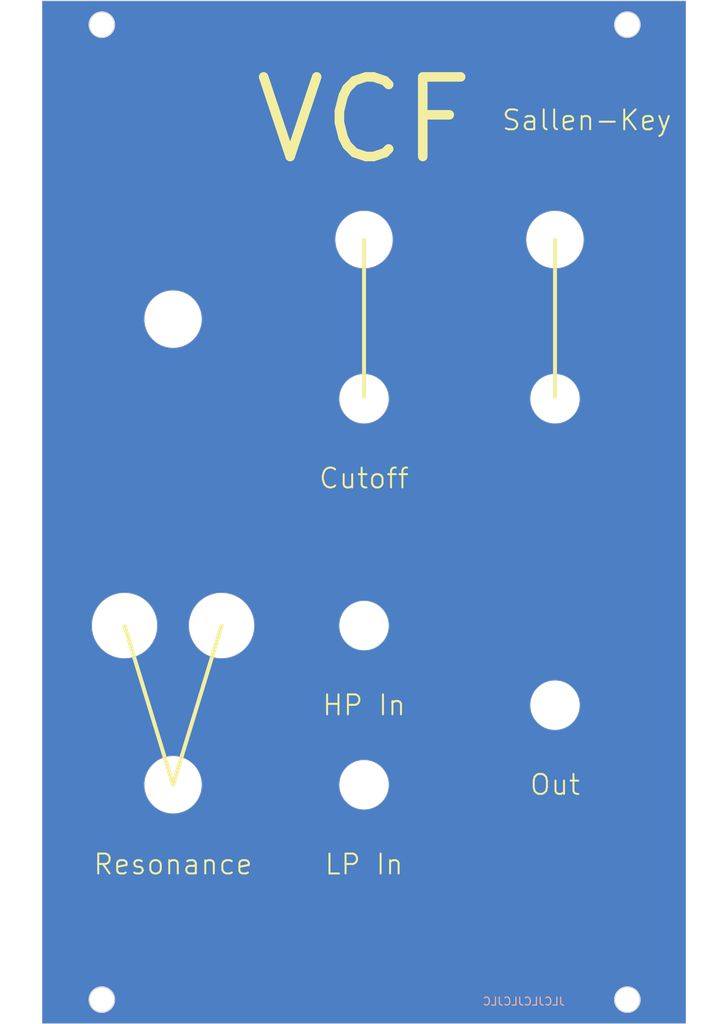
<source format=kicad_pcb>
(kicad_pcb (version 20211014) (generator pcbnew)

  (general
    (thickness 1.6)
  )

  (paper "A4")
  (layers
    (0 "F.Cu" signal)
    (31 "B.Cu" signal)
    (32 "B.Adhes" user "B.Adhesive")
    (33 "F.Adhes" user "F.Adhesive")
    (34 "B.Paste" user)
    (35 "F.Paste" user)
    (36 "B.SilkS" user "B.Silkscreen")
    (37 "F.SilkS" user "F.Silkscreen")
    (38 "B.Mask" user)
    (39 "F.Mask" user)
    (40 "Dwgs.User" user "User.Drawings")
    (41 "Cmts.User" user "User.Comments")
    (42 "Eco1.User" user "User.Eco1")
    (43 "Eco2.User" user "User.Eco2")
    (44 "Edge.Cuts" user)
    (45 "Margin" user)
    (46 "B.CrtYd" user "B.Courtyard")
    (47 "F.CrtYd" user "F.Courtyard")
    (48 "B.Fab" user)
    (49 "F.Fab" user)
    (50 "User.1" user)
    (51 "User.2" user)
    (52 "User.3" user)
    (53 "User.4" user)
    (54 "User.5" user)
    (55 "User.6" user)
    (56 "User.7" user)
    (57 "User.8" user)
    (58 "User.9" user)
  )

  (setup
    (pad_to_mask_clearance 0)
    (pcbplotparams
      (layerselection 0x00010fc_ffffffff)
      (disableapertmacros false)
      (usegerberextensions true)
      (usegerberattributes false)
      (usegerberadvancedattributes false)
      (creategerberjobfile false)
      (svguseinch false)
      (svgprecision 6)
      (excludeedgelayer true)
      (plotframeref false)
      (viasonmask false)
      (mode 1)
      (useauxorigin false)
      (hpglpennumber 1)
      (hpglpenspeed 20)
      (hpglpendiameter 15.000000)
      (dxfpolygonmode true)
      (dxfimperialunits true)
      (dxfusepcbnewfont true)
      (psnegative false)
      (psa4output false)
      (plotreference true)
      (plotvalue false)
      (plotinvisibletext false)
      (sketchpadsonfab false)
      (subtractmaskfromsilk true)
      (outputformat 1)
      (mirror false)
      (drillshape 0)
      (scaleselection 1)
      (outputdirectory "gerbers/")
    )
  )

  (net 0 "")

  (gr_line (start 148.175 63.225) (end 148.175 83) (layer "F.SilkS") (width 0.5) (tstamp 088f77ba-fca9-42b3-876e-a6937267f957))
  (gr_line (start 172.175 63.225) (end 172.175 83) (layer "F.SilkS") (width 0.5) (tstamp 6fd07eee-1c12-4eab-aebc-1ca994e1313b))
  (gr_line (start 124.175 131.725) (end 130.275 111.725) (layer "F.SilkS") (width 0.5) (tstamp bb045059-268f-4dac-a5e7-8bec31ff7ca0))
  (gr_line (start 124.175 131.725) (end 118.075 111.725) (layer "F.SilkS") (width 0.5) (tstamp e18e8e30-ec41-4d35-afa7-08c259709f99))
  (gr_circle (center 172.175 63.225) (end 175.775 63.225) (layer "B.Mask") (width 5) (fill none) (tstamp 00e38d63-5436-49db-81f5-697421f168fc))
  (gr_circle (center 148.175 63.225) (end 151.775 63.225) (layer "B.Mask") (width 5) (fill none) (tstamp 1fa508ef-df83-4c99-846b-9acf535b3ad9))
  (gr_circle (center 172.175 83.225) (end 175.775 83.225) (layer "B.Mask") (width 5) (fill none) (tstamp 38a501e2-0ee8-439d-bd02-e9e90e7503e9))
  (gr_circle (center 148.175 131.725) (end 151.775 131.725) (layer "B.Mask") (width 5) (fill none) (tstamp 399fc36a-ed5d-44b5-82f7-c6f83d9acc14))
  (gr_circle (center 148.175 83.225) (end 151.775 83.225) (layer "B.Mask") (width 5) (fill none) (tstamp 4f411f68-04bd-4175-a406-bcaa4cf6601e))
  (gr_circle (center 124.175 131.725) (end 127.775 131.725) (layer "B.Mask") (width 5) (fill none) (tstamp 61fe4c73-be59-4519-98f1-a634322a841d))
  (gr_circle (center 148.175 111.725) (end 151.775 111.725) (layer "B.Mask") (width 5) (fill none) (tstamp 699feae1-8cdd-4d2b-947f-f24849c73cdb))
  (gr_circle (center 181.265 158.725) (end 182.865 158.725) (layer "B.Mask") (width 2) (fill none) (tstamp 6f675e5f-8fe6-4148-baf1-da97afc770f8))
  (gr_circle (center 124.175 73.225) (end 127.775 73.225) (layer "B.Mask") (width 5) (fill none) (tstamp 71989e06-8659-4605-b2da-4f729cc41263))
  (gr_circle (center 115.225 158.725) (end 116.825 158.725) (layer "B.Mask") (width 2) (fill none) (tstamp c0c2eb8e-f6d1-4506-8e6b-4f995ad74c1f))
  (gr_circle (center 172.175 121.725) (end 175.775 121.725) (layer "B.Mask") (width 5) (fill none) (tstamp d69a5fdf-de15-4ec9-94f6-f9ee2f4b69fa))
  (gr_circle (center 115.225 36.225) (end 116.825 36.225) (layer "B.Mask") (width 2) (fill none) (tstamp eae14f5f-515c-4a6f-ad0e-e8ef233d14bf))
  (gr_circle (center 181.265 36.225) (end 182.865 36.225) (layer "B.Mask") (width 2) (fill none) (tstamp f9c81c26-f253-4227-a69f-53e64841cfbe))
  (gr_circle (center 124.175 73.225) (end 127.775 73.225) (layer "F.Mask") (width 5) (fill none) (tstamp 411d4270-c66c-4318-b7fb-1470d34862b8))
  (gr_circle (center 148.175 111.725) (end 151.775 111.725) (layer "F.Mask") (width 5) (fill none) (tstamp 477892a1-722e-4cda-bb6c-fcdb8ba5f93e))
  (gr_circle (center 181.265 158.725) (end 182.865 158.725) (layer "F.Mask") (width 2) (fill none) (tstamp 4d586a18-26c5-441e-a9ff-8125ee516126))
  (gr_circle (center 172.175 121.725) (end 175.775 121.725) (layer "F.Mask") (width 5) (fill none) (tstamp 8fc062a7-114d-48eb-a8f8-71128838f380))
  (gr_circle (center 148.175 63.225) (end 151.775 63.225) (layer "F.Mask") (width 5) (fill none) (tstamp 917920ab-0c6e-4927-974d-ef342cdd4f63))
  (gr_circle (center 148.175 131.725) (end 151.775 131.725) (layer "F.Mask") (width 5) (fill none) (tstamp 9186fd02-f30d-4e17-aa38-378ab73e3908))
  (gr_circle (center 172.175 83.225) (end 175.775 83.225) (layer "F.Mask") (width 5) (fill none) (tstamp aa130053-a451-4f12-97f7-3d4d891a5f83))
  (gr_circle (center 148.175 83.225) (end 151.775 83.225) (layer "F.Mask") (width 5) (fill none) (tstamp af347946-e3da-4427-87ab-77b747929f50))
  (gr_circle (center 181.265 36.225) (end 182.865 36.225) (layer "F.Mask") (width 2) (fill none) (tstamp b52d6ff3-fef1-496e-8dd5-ebb89b6bce6a))
  (gr_circle (center 172.175 63.225) (end 175.775 63.225) (layer "F.Mask") (width 5) (fill none) (tstamp b6cd701f-4223-4e72-a305-466869ccb250))
  (gr_circle (center 124.175 131.725) (end 127.775 131.725) (layer "F.Mask") (width 5) (fill none) (tstamp d88958ac-68cd-4955-a63f-0eaa329dec86))
  (gr_circle (center 115.225 36.225) (end 116.825 36.225) (layer "F.Mask") (width 2) (fill none) (tstamp e7e08b48-3d04-49da-8349-6de530a20c67))
  (gr_circle (center 115.225 158.725) (end 116.825 158.725) (layer "F.Mask") (width 2) (fill none) (tstamp fd3499d5-6fd2-49a4-bdb0-109cee899fde))
  (gr_line (start 188.625 161.725) (end 188.625 33.225) (layer "Edge.Cuts") (width 0.05) (tstamp 009b5465-0a65-4237-93e7-eb65321eeb18))
  (gr_circle (center 148.175 83.225) (end 151.275 83.225) (layer "Edge.Cuts") (width 0.05) (fill none) (tstamp 00f3ea8b-8a54-4e56-84ff-d98f6c00496c))
  (gr_circle (center 181.265 158.725) (end 182.865 158.725) (layer "Edge.Cuts") (width 0.15) (fill none) (tstamp 0520f61d-4522-4301-a3fa-8ed0bf060f69))
  (gr_circle (center 172.175 63.225) (end 175.775 63.225) (layer "Edge.Cuts") (width 0.05) (fill none) (tstamp 1199146e-a60b-416a-b503-e77d6d2892f9))
  (gr_circle (center 148.175 111.725) (end 151.275 111.725) (layer "Edge.Cuts") (width 0.05) (fill none) (tstamp 143ed874-a01f-4ced-ba4e-bbb66ddd1f70))
  (gr_circle (center 115.225 158.725) (end 116.825 158.725) (layer "Edge.Cuts") (width 0.15) (fill none) (tstamp 221bef83-3ea7-4d3f-adeb-53a8a07c6273))
  (gr_circle (center 148.175 63.225) (end 151.775 63.225) (layer "Edge.Cuts") (width 0.05) (fill none) (tstamp 2891767f-251c-48c4-91c0-deb1b368f45c))
  (gr_line (start 107.725 33.225) (end 107.725 161.725) (layer "Edge.Cuts") (width 0.05) (tstamp 479331ff-c540-41f4-84e6-b48d65171e59))
  (gr_circle (center 181.265 36.225) (end 182.865 36.225) (layer "Edge.Cuts") (width 0.15) (fill none) (tstamp 4ba06b66-7669-4c70-b585-f5d4c9c33527))
  (gr_circle (center 124.175 131.725) (end 127.775 131.725) (layer "Edge.Cuts") (width 0.05) (fill none) (tstamp 71f92193-19b0-44ed-bc7f-77535083d769))
  (gr_circle (center 118.075 111.725) (end 122.175 111.725) (layer "Edge.Cuts") (width 0.05) (fill none) (tstamp 795e68e2-c9ba-45cf-9bff-89b8fae05b5a))
  (gr_circle (center 148.175 131.725) (end 151.275 131.725) (layer "Edge.Cuts") (width 0.05) (fill none) (tstamp 8fcec304-c6b1-4655-8326-beacd0476953))
  (gr_circle (center 115.225 36.225) (end 116.825 36.225) (layer "Edge.Cuts") (width 0.15) (fill none) (tstamp 997c2f12-73ba-4c01-9ee0-42e37cbab790))
  (gr_circle (center 172.175 83.225) (end 175.275 83.225) (layer "Edge.Cuts") (width 0.05) (fill none) (tstamp 9bac9ad3-a7b9-47f0-87c7-d8630653df68))
  (gr_circle (center 130.275 111.725) (end 134.375 111.725) (layer "Edge.Cuts") (width 0.05) (fill none) (tstamp ab4206d0-a82c-4c16-b65a-aa371055f5e8))
  (gr_circle (center 124.175 73.225) (end 127.775 73.225) (layer "Edge.Cuts") (width 0.05) (fill none) (tstamp bc0dbc57-3ae8-4ce5-a05c-2d6003bba475))
  (gr_line (start 188.625 33.225) (end 107.725 33.225) (layer "Edge.Cuts") (width 0.05) (tstamp c8b92953-cd23-44e6-85ce-083fb8c3f20f))
  (gr_line (start 107.725 161.725) (end 188.625 161.725) (layer "Edge.Cuts") (width 0.05) (tstamp cc15f583-a41b-43af-ba94-a75455506a96))
  (gr_circle (center 172.175 121.725) (end 175.275 121.725) (layer "Edge.Cuts") (width 0.05) (fill none) (tstamp e7369115-d491-4ef3-be3d-f5298992c3e8))
  (gr_text "JLCJLCJLCJLC" (at 168.265 158.945) (layer "B.SilkS") (tstamp 6f80f798-dc24-438f-a1eb-4ee2936267c8)
    (effects (font (size 1 1) (thickness 0.15)) (justify mirror))
  )
  (gr_text "Resonance" (at 124.175 141.725) (layer "F.SilkS") (tstamp 5d3c4c51-ec00-4a29-a31b-2a3fbefa0a62)
    (effects (font (size 2.5 2.5) (thickness 0.25)))
  )
  (gr_text "Cutoff" (at 148.175 93.225) (layer "F.SilkS") (tstamp 87308896-9786-4371-bf76-9304935b36e8)
    (effects (font (size 2.5 2.5) (thickness 0.25)))
  )
  (gr_text "LP In" (at 148.175 141.725) (layer "F.SilkS") (tstamp 99063065-2d13-4b41-a0c6-32e0677cf1e3)
    (effects (font (size 2.5 2.5) (thickness 0.25)))
  )
  (gr_text "HP In" (at 148.175 121.725) (layer "F.SilkS") (tstamp ef24b721-f909-4e18-b991-a8883877359f)
    (effects (font (size 2.5 2.5) (thickness 0.25)))
  )
  (gr_text "Out" (at 172.175 131.725) (layer "F.SilkS") (tstamp f2f6e1af-9def-4d13-bf66-e26042dd64f1)
    (effects (font (size 2.5 2.5) (thickness 0.25)))
  )
  (gr_text "VCF" (at 148.175 48.225) (layer "F.SilkS") (tstamp f78e02cd-9600-4173-be8d-67e530b5d19f)
    (effects (font (size 10 10) (thickness 1.2)))
  )
  (gr_text "Sallen-Key" (at 176.175 48.225) (layer "F.SilkS") (tstamp f8df4375-570f-4eb0-868e-4f350bd24547)
    (effects (font (size 2.5 2.5) (thickness 0.25)))
  )

  (zone (net 0) (net_name "") (layer "F.Cu") (tstamp c8fd9dd3-06ad-4146-9239-0065013959ef) (hatch edge 0.508)
    (connect_pads (clearance 0))
    (min_thickness 0.254) (filled_areas_thickness no)
    (fill yes (thermal_gap 0.508) (thermal_bridge_width 0.508))
    (polygon
      (pts
        (xy 193.925 161.825)
        (xy 102.425 161.825)
        (xy 102.425 33.125)
        (xy 193.925 33.125)
      )
    )
    (filled_polygon
      (layer "F.Cu")
      (island)
      (pts
        (xy 188.566621 33.245502)
        (xy 188.613114 33.299158)
        (xy 188.6245 33.3515)
        (xy 188.6245 161.5985)
        (xy 188.604498 161.666621)
        (xy 188.550842 161.713114)
        (xy 188.4985 161.7245)
        (xy 107.8515 161.7245)
        (xy 107.783379 161.704498)
        (xy 107.736886 161.650842)
        (xy 107.7255 161.5985)
        (xy 107.7255 158.725)
        (xy 113.619551 158.725)
        (xy 113.639317 158.976148)
        (xy 113.698127 159.221111)
        (xy 113.794534 159.453859)
        (xy 113.926164 159.668659)
        (xy 113.929376 159.672419)
        (xy 113.929379 159.672424)
        (xy 114.074256 159.842052)
        (xy 114.089776 159.860224)
        (xy 114.093538 159.863437)
        (xy 114.277576 160.020621)
        (xy 114.277581 160.020624)
        (xy 114.281341 160.023836)
        (xy 114.496141 160.155466)
        (xy 114.500711 160.157359)
        (xy 114.500715 160.157361)
        (xy 114.715229 160.246215)
        (xy 114.728889 160.251873)
        (xy 114.813289 160.272135)
        (xy 114.969039 160.309528)
        (xy 114.969045 160.309529)
        (xy 114.973852 160.310683)
        (xy 115.225 160.330449)
        (xy 115.476148 160.310683)
        (xy 115.480955 160.309529)
        (xy 115.480961 160.309528)
        (xy 115.636711 160.272135)
        (xy 115.721111 160.251873)
        (xy 115.734771 160.246215)
        (xy 115.949285 160.157361)
        (xy 115.949289 160.157359)
        (xy 115.953859 160.155466)
        (xy 116.168659 160.023836)
        (xy 116.172419 160.020624)
        (xy 116.172424 160.020621)
        (xy 116.356462 159.863437)
        (xy 116.360224 159.860224)
        (xy 116.375744 159.842052)
        (xy 116.520621 159.672424)
        (xy 116.520624 159.672419)
        (xy 116.523836 159.668659)
        (xy 116.655466 159.453859)
        (xy 116.751873 159.221111)
        (xy 116.810683 158.976148)
        (xy 116.830449 158.725)
        (xy 179.659551 158.725)
        (xy 179.679317 158.976148)
        (xy 179.738127 159.221111)
        (xy 179.834534 159.453859)
        (xy 179.966164 159.668659)
        (xy 179.969376 159.672419)
        (xy 179.969379 159.672424)
        (xy 180.114256 159.842052)
        (xy 180.129776 159.860224)
        (xy 180.133538 159.863437)
        (xy 180.317576 160.020621)
        (xy 180.317581 160.020624)
        (xy 180.321341 160.023836)
        (xy 180.536141 160.155466)
        (xy 180.540711 160.157359)
        (xy 180.540715 160.157361)
        (xy 180.755229 160.246215)
        (xy 180.768889 160.251873)
        (xy 180.853289 160.272135)
        (xy 181.009039 160.309528)
        (xy 181.009045 160.309529)
        (xy 181.013852 160.310683)
        (xy 181.265 160.330449)
        (xy 181.516148 160.310683)
        (xy 181.520955 160.309529)
        (xy 181.520961 160.309528)
        (xy 181.676711 160.272135)
        (xy 181.761111 160.251873)
        (xy 181.774771 160.246215)
        (xy 181.989285 160.157361)
        (xy 181.989289 160.157359)
        (xy 181.993859 160.155466)
        (xy 182.208659 160.023836)
        (xy 182.212419 160.020624)
        (xy 182.212424 160.020621)
        (xy 182.396462 159.863437)
        (xy 182.400224 159.860224)
        (xy 182.415744 159.842052)
        (xy 182.560621 159.672424)
        (xy 182.560624 159.672419)
        (xy 182.563836 159.668659)
        (xy 182.695466 159.453859)
        (xy 182.791873 159.221111)
        (xy 182.850683 158.976148)
        (xy 182.870449 158.725)
        (xy 182.850683 158.473852)
        (xy 182.791873 158.228889)
        (xy 182.695466 157.996141)
        (xy 182.563836 157.781341)
        (xy 182.560624 157.777581)
        (xy 182.560621 157.777576)
        (xy 182.403437 157.593538)
        (xy 182.400224 157.589776)
        (xy 182.382052 157.574256)
        (xy 182.212424 157.429379)
        (xy 182.212419 157.429376)
        (xy 182.208659 157.426164)
        (xy 181.993859 157.294534)
        (xy 181.989289 157.292641)
        (xy 181.989285 157.292639)
        (xy 181.765684 157.200021)
        (xy 181.765682 157.20002)
        (xy 181.761111 157.198127)
        (xy 181.676711 157.177865)
        (xy 181.520961 157.140472)
        (xy 181.520955 157.140471)
        (xy 181.516148 157.139317)
        (xy 181.265 157.119551)
        (xy 181.013852 157.139317)
        (xy 181.009045 157.140471)
        (xy 181.009039 157.140472)
        (xy 180.853289 157.177865)
        (xy 180.768889 157.198127)
        (xy 180.764318 157.20002)
        (xy 180.764316 157.200021)
        (xy 180.540715 157.292639)
        (xy 180.540711 157.292641)
        (xy 180.536141 157.294534)
        (xy 180.321341 157.426164)
        (xy 180.317581 157.429376)
        (xy 180.317576 157.429379)
        (xy 180.147948 157.574256)
        (xy 180.129776 157.589776)
        (xy 180.126563 157.593538)
        (xy 179.969379 157.777576)
        (xy 179.969376 157.777581)
        (xy 179.966164 157.781341)
        (xy 179.834534 157.996141)
        (xy 179.738127 158.228889)
        (xy 179.679317 158.473852)
        (xy 179.659551 158.725)
        (xy 116.830449 158.725)
        (xy 116.810683 158.473852)
        (xy 116.751873 158.228889)
        (xy 116.655466 157.996141)
        (xy 116.523836 157.781341)
        (xy 116.520624 157.777581)
        (xy 116.520621 157.777576)
        (xy 116.363437 157.593538)
        (xy 116.360224 157.589776)
        (xy 116.342052 157.574256)
        (xy 116.172424 157.429379)
        (xy 116.172419 157.429376)
        (xy 116.168659 157.426164)
        (xy 115.953859 157.294534)
        (xy 115.949289 157.292641)
        (xy 115.949285 157.292639)
        (xy 115.725684 157.200021)
        (xy 115.725682 157.20002)
        (xy 115.721111 157.198127)
        (xy 115.636711 157.177865)
        (xy 115.480961 157.140472)
        (xy 115.480955 157.140471)
        (xy 115.476148 157.139317)
        (xy 115.225 157.119551)
        (xy 114.973852 157.139317)
        (xy 114.969045 157.140471)
        (xy 114.969039 157.140472)
        (xy 114.813289 157.177865)
        (xy 114.728889 157.198127)
        (xy 114.724318 157.20002)
        (xy 114.724316 157.200021)
        (xy 114.500715 157.292639)
        (xy 114.500711 157.292641)
        (xy 114.496141 157.294534)
        (xy 114.281341 157.426164)
        (xy 114.277581 157.429376)
        (xy 114.277576 157.429379)
        (xy 114.107948 157.574256)
        (xy 114.089776 157.589776)
        (xy 114.086563 157.593538)
        (xy 113.929379 157.777576)
        (xy 113.929376 157.777581)
        (xy 113.926164 157.781341)
        (xy 113.794534 157.996141)
        (xy 113.698127 158.228889)
        (xy 113.639317 158.473852)
        (xy 113.619551 158.725)
        (xy 107.7255 158.725)
        (xy 107.7255 131.725)
        (xy 120.569559 131.725)
        (xy 120.58931 132.101871)
        (xy 120.589823 132.105111)
        (xy 120.589824 132.105119)
        (xy 120.616992 132.276647)
        (xy 120.648347 132.474613)
        (xy 120.746022 132.839143)
        (xy 120.881266 133.191465)
        (xy 120.882764 133.194405)
        (xy 121.051084 133.52475)
        (xy 121.052597 133.52772)
        (xy 121.258137 133.844225)
        (xy 121.495635 134.137511)
        (xy 121.762489 134.404365)
        (xy 122.055775 134.641863)
        (xy 122.113412 134.679293)
        (xy 122.344836 134.829581)
        (xy 122.372279 134.847403)
        (xy 122.375213 134.848898)
        (xy 122.37522 134.848902)
        (xy 122.697884 135.013307)
        (xy 122.708535 135.018734)
        (xy 123.060857 135.153978)
        (xy 123.425387 135.251653)
        (xy 123.623353 135.283008)
        (xy 123.794881 135.310176)
        (xy 123.794889 135.310177)
        (xy 123.798129 135.31069)
        (xy 124.175 135.330441)
        (xy 124.551871 135.31069)
        (xy 124.555111 135.310177)
        (xy 124.555119 135.310176)
        (xy 124.726647 135.283008)
        (xy 124.924613 135.251653)
        (xy 125.289143 135.153978)
        (xy 125.641465 135.018734)
        (xy 125.652116 135.013307)
        (xy 125.97478 134.848902)
        (xy 125.974787 134.848898)
        (xy 125.977721 134.847403)
        (xy 126.005165 134.829581)
        (xy 126.236588 134.679293)
        (xy 126.294225 134.641863)
        (xy 126.587511 134.404365)
        (xy 126.854365 134.137511)
        (xy 127.091863 133.844225)
        (xy 127.297403 133.52772)
        (xy 127.298917 133.52475)
        (xy 127.467236 133.194405)
        (xy 127.468734 133.191465)
        (xy 127.603978 132.839143)
        (xy 127.701653 132.474613)
        (xy 127.733008 132.276647)
        (xy 127.760176 132.105119)
        (xy 127.760177 132.105111)
        (xy 127.76069 132.101871)
        (xy 127.780441 131.725)
        (xy 127.778169 131.681642)
        (xy 145.069918 131.681642)
        (xy 145.069921 131.681724)
        (xy 145.084436 132.028032)
        (xy 145.137475 132.370646)
        (xy 145.228375 132.705212)
        (xy 145.356001 133.02756)
        (xy 145.357647 133.030656)
        (xy 145.357649 133.03066)
        (xy 145.418161 133.144465)
        (xy 145.518765 133.333673)
        (xy 145.52075 133.336572)
        (xy 145.712645 133.616829)
        (xy 145.71265 133.616835)
        (xy 145.714636 133.619736)
        (xy 145.941173 133.882182)
        (xy 146.195553 134.11774)
        (xy 146.198375 134.119821)
        (xy 146.198378 134.119823)
        (xy 146.225549 134.139855)
        (xy 146.474605 134.323475)
        (xy 146.477642 134.325229)
        (xy 146.477646 134.325231)
        (xy 146.590574 134.39043)
        (xy 146.774852 134.496823)
        (xy 147.09255 134.635621)
        (xy 147.095906 134.63666)
        (xy 147.095909 134.636661)
        (xy 147.23363 134.679293)
        (xy 147.423739 134.738142)
        (xy 147.427191 134.7388)
        (xy 147.427197 134.738802)
        (xy 147.760842 134.802448)
        (xy 147.760847 134.802449)
        (xy 147.764293 134.803106)
        (xy 147.99278 134.820687)
        (xy 148.106469 134.829435)
        (xy 148.10647 134.829435)
        (xy 148.109966 134.829704)
        (xy 148.339159 134.8217)
        (xy 148.452933 134.817727)
        (xy 148.452937 134.817727)
        (xy 148.456449 134.817604)
        (xy 148.459928 134.81709)
        (xy 148.459931 134.81709)
        (xy 148.795932 134.767474)
        (xy 148.795938 134.767473)
        (xy 148.799424 134.766958)
        (xy 148.802828 134.766059)
        (xy 148.802831 134.766058)
        (xy 149.131226 134.679293)
        (xy 149.131227 134.679293)
        (xy 149.134617 134.678397)
        (xy 149.457848 134.553023)
        (xy 149.76509 134.392401)
        (xy 150.052513 134.198532)
        (xy 150.058022 134.193844)
        (xy 150.313861 133.976107)
        (xy 150.313862 133.976106)
        (xy 150.316534 133.973832)
        (xy 150.406438 133.878094)
        (xy 150.551452 133.723671)
        (xy 150.551456 133.723666)
        (xy 150.553863 133.721103)
        (xy 150.555968 133.718289)
        (xy 150.555974 133.718282)
        (xy 150.759432 133.446313)
        (xy 150.761541 133.443494)
        (xy 150.825973 133.333673)
        (xy 150.909405 133.191465)
        (xy 150.93698 133.144465)
        (xy 151.072919 132.839143)
        (xy 151.076562 132.830961)
        (xy 151.076564 132.830956)
        (xy 151.077994 132.827744)
        (xy 151.182824 132.497278)
        (xy 151.250164 132.157186)
        (xy 151.279174 131.811707)
        (xy 151.280385 131.725)
        (xy 151.280201 131.721699)
        (xy 151.261228 131.38236)
        (xy 151.261032 131.378846)
        (xy 151.255288 131.344881)
        (xy 151.203803 131.040488)
        (xy 151.203802 131.040484)
        (xy 151.203214 131.037007)
        (xy 151.192104 130.99826)
        (xy 151.108621 130.707122)
        (xy 151.107652 130.703742)
        (xy 151.061259 130.591183)
        (xy 150.976875 130.386452)
        (xy 150.976871 130.386444)
        (xy 150.975537 130.383207)
        (xy 150.808516 130.079397)
        (xy 150.60867 129.796097)
        (xy 150.37849 129.536839)
        (xy 150.132183 129.315064)
        (xy 150.123464 129.307213)
        (xy 150.123461 129.307211)
        (xy 150.120846 129.304856)
        (xy 149.838948 129.103037)
        (xy 149.835885 129.101325)
        (xy 149.83588 129.101322)
        (xy 149.545776 128.939188)
        (xy 149.536311 128.933898)
        (xy 149.533066 128.932534)
        (xy 149.533062 128.932532)
        (xy 149.248569 128.812943)
        (xy 149.216706 128.799549)
        (xy 149.213343 128.798559)
        (xy 149.213334 128.798556)
        (xy 149.008222 128.738189)
        (xy 148.884117 128.701663)
        (xy 148.575827 128.647303)
        (xy 148.54615 128.64207)
        (xy 148.546148 128.64207)
        (xy 148.54269 128.64146)
        (xy 148.539181 128.641239)
        (xy 148.539179 128.641239)
        (xy 148.200198 128.619912)
        (xy 148.200192 128.619912)
        (xy 148.19668 128.619691)
        (xy 148.098499 128.624493)
        (xy 147.853906 128.636455)
        (xy 147.853897 128.636456)
        (xy 147.850399 128.636627)
        (xy 147.846931 128.637189)
        (xy 147.846928 128.637189)
        (xy 147.511639 128.691494)
        (xy 147.511636 128.691495)
        (xy 147.508164 128.692057)
        (xy 147.504777 128.693003)
        (xy 147.504771 128.693004)
        (xy 147.228857 128.770041)
        (xy 147.174241 128.78529)
        (xy 147.013516 128.850227)
        (xy 146.856055 128.913845)
        (xy 146.856051 128.913847)
        (xy 146.852791 128.915164)
        (xy 146.849704 128.916833)
        (xy 146.8497 128.916835)
        (xy 146.743912 128.974034)
        (xy 146.547822 129.08006)
        (xy 146.263134 129.277923)
        (xy 146.260492 129.280236)
        (xy 146.260488 129.280239)
        (xy 146.220708 129.315064)
        (xy 146.002276 129.506287)
        (xy 145.768499 129.762306)
        (xy 145.564717 130.042787)
        (xy 145.39347 130.344237)
        (xy 145.256893 130.662896)
        (xy 145.156687 130.994793)
        (xy 145.094102 131.335792)
        (xy 145.069918 131.681642)
        (xy 127.778169 131.681642)
        (xy 127.76069 131.348129)
        (xy 127.701653 130.975387)
        (xy 127.603978 130.610857)
        (xy 127.468734 130.258535)
        (xy 127.379028 130.082477)
        (xy 127.298902 129.925221)
        (xy 127.298898 129.925214)
        (xy 127.297403 129.92228)
        (xy 127.091863 129.605775)
        (xy 126.854365 129.312489)
        (xy 126.587511 129.045635)
        (xy 126.294225 128.808137)
        (xy 126.115477 128.692057)
        (xy 125.98049 128.604395)
        (xy 125.980487 128.604393)
        (xy 125.977721 128.602597)
        (xy 125.974787 128.601102)
        (xy 125.97478 128.601098)
        (xy 125.644405 128.432764)
        (xy 125.641465 128.431266)
        (xy 125.289143 128.296022)
        (xy 124.924613 128.198347)
        (xy 124.726647 128.166992)
        (xy 124.555119 128.139824)
        (xy 124.555111 128.139823)
        (xy 124.551871 128.13931)
        (xy 124.175 128.119559)
        (xy 123.798129 128.13931)
        (xy 123.794889 128.139823)
        (xy 123.794881 128.139824)
        (xy 123.623353 128.166992)
        (xy 123.425387 128.198347)
        (xy 123.060857 128.296022)
        (xy 122.708535 128.431266)
        (xy 122.705595 128.432764)
        (xy 122.375221 128.601098)
        (xy 122.375214 128.601102)
        (xy 122.37228 128.602597)
        (xy 122.369514 128.604393)
        (xy 122.369511 128.604395)
        (xy 122.220669 128.701054)
        (xy 122.055775 128.808137)
        (xy 121.762489 129.045635)
        (xy 121.495635 129.312489)
        (xy 121.258137 129.605775)
        (xy 121.052597 129.92228)
        (xy 121.051102 129.925214)
        (xy 121.051098 129.925221)
        (xy 120.970972 130.082477)
        (xy 120.881266 130.258535)
        (xy 120.746022 130.610857)
        (xy 120.648347 130.975387)
        (xy 120.58931 131.348129)
        (xy 120.569559 131.725)
        (xy 107.7255 131.725)
        (xy 107.7255 121.681642)
        (xy 169.069918 121.681642)
        (xy 169.069921 121.681724)
        (xy 169.084436 122.028032)
        (xy 169.137475 122.370646)
        (xy 169.228375 122.705212)
        (xy 169.356001 123.02756)
        (xy 169.357647 123.030656)
        (xy 169.357649 123.03066)
        (xy 169.418161 123.144465)
        (xy 169.518765 123.333673)
        (xy 169.52075 123.336572)
        (xy 169.712645 123.616829)
        (xy 169.71265 123.616835)
        (xy 169.714636 123.619736)
        (xy 169.941173 123.882182)
        (xy 170.195553 124.11774)
        (xy 170.474605 124.323475)
        (xy 170.477642 124.325229)
        (xy 170.477646 124.325231)
        (xy 170.590574 124.39043)
        (xy 170.774852 124.496823)
        (xy 171.09255 124.635621)
        (xy 171.095906 124.63666)
        (xy 171.095909 124.636661)
        (xy 171.23363 124.679293)
        (xy 171.423739 124.738142)
        (xy 171.427191 124.7388)
        (xy 171.427197 124.738802)
        (xy 171.760842 124.802448)
        (xy 171.760847 124.802449)
        (xy 171.764293 124.803106)
        (xy 171.99278 124.820687)
        (xy 172.106469 124.829435)
        (xy 172.10647 124.829435)
        (xy 172.109966 124.829704)
        (xy 172.339159 124.8217)
        (xy 172.452933 124.817727)
        (xy 172.452937 124.817727)
        (xy 172.456449 124.817604)
        (xy 172.459928 124.81709)
        (xy 172.459931 124.81709)
        (xy 172.795932 124.767474)
        (xy 172.795938 124.767473)
        (xy 172.799424 124.766958)
        (xy 172.802828 124.766059)
        (xy 172.802831 124.766058)
        (xy 173.131226 124.679293)
        (xy 173.131227 124.679293)
        (xy 173.134617 124.678397)
        (xy 173.457848 124.553023)
        (xy 173.76509 124.392401)
        (xy 174.052513 124.198532)
        (xy 174.058022 124.193844)
        (xy 174.313861 123.976107)
        (xy 174.313862 123.976106)
        (xy 174.316534 123.973832)
        (xy 174.406438 123.878094)
        (xy 174.551452 123.723671)
        (xy 174.551456 123.723666)
        (xy 174.553863 123.721103)
        (xy 174.555968 123.718289)
        (xy 174.555974 123.718282)
        (xy 174.759432 123.446313)
        (xy 174.761541 123.443494)
        (xy 174.825973 123.333673)
        (xy 174.828592 123.329208)
        (xy 174.93698 123.144465)
        (xy 175.077994 122.827744)
        (xy 175.182824 122.497278)
        (xy 175.250164 122.157186)
        (xy 175.279174 121.811707)
        (xy 175.280385 121.725)
        (xy 175.277966 121.681724)
        (xy 175.261228 121.38236)
        (xy 175.261032 121.378846)
        (xy 175.203214 121.037007)
        (xy 175.192104 120.99826)
        (xy 175.108621 120.707122)
        (xy 175.107652 120.703742)
        (xy 175.061259 120.591183)
        (xy 174.976875 120.386452)
        (xy 174.976871 120.386444)
        (xy 174.975537 120.383207)
        (xy 174.808516 120.079397)
        (xy 174.60867 119.796097)
        (xy 174.37849 119.536839)
        (xy 174.335692 119.498304)
        (xy 174.123464 119.307213)
        (xy 174.123461 119.307211)
        (xy 174.120846 119.304856)
        (xy 173.838948 119.103037)
        (xy 173.835885 119.101325)
        (xy 173.83588 119.101322)
        (xy 173.545776 118.939188)
        (xy 173.536311 118.933898)
        (xy 173.533066 118.932534)
        (xy 173.533062 118.932532)
        (xy 173.356347 118.858248)
        (xy 173.216706 118.799549)
        (xy 173.213343 118.798559)
        (xy 173.213334 118.798556)
        (xy 173.008222 118.738189)
        (xy 172.884117 118.701663)
        (xy 172.575827 118.647303)
        (xy 172.54615 118.64207)
        (xy 172.546148 118.64207)
        (xy 172.54269 118.64146)
        (xy 172.539181 118.641239)
        (xy 172.539179 118.641239)
        (xy 172.200198 118.619912)
        (xy 172.200192 118.619912)
        (xy 172.19668 118.619691)
        (xy 172.098499 118.624493)
        (xy 171.853906 118.636455)
        (xy 171.853897 118.636456)
        (xy 171.850399 118.636627)
        (xy 171.846931 118.637189)
        (xy 171.846928 118.637189)
        (xy 171.511639 118.691494)
        (xy 171.511636 118.691495)
        (xy 171.508164 118.692057)
        (xy 171.504777 118.693003)
        (xy 171.504771 118.693004)
        (xy 171.228857 118.770041)
        (xy 171.174241 118.78529)
        (xy 171.125227 118.805093)
        (xy 170.856055 118.913845)
        (xy 170.856051 118.913847)
        (xy 170.852791 118.915164)
        (xy 170.849704 118.916833)
        (xy 170.8497 118.916835)
        (xy 170.743912 118.974034)
        (xy 170.547822 119.08006)
        (xy 170.263134 119.277923)
        (xy 170.260492 119.280236)
        (xy 170.260488 119.280239)
        (xy 170.229676 119.307213)
        (xy 170.002276 119.506287)
        (xy 169.768499 119.762306)
        (xy 169.564717 120.042787)
        (xy 169.39347 120.344237)
        (xy 169.256893 120.662896)
        (xy 169.156687 120.994793)
        (xy 169.094102 121.335792)
        (xy 169.069918 121.681642)
        (xy 107.7255 121.681642)
        (xy 107.7255 111.667679)
        (xy 113.969955 111.667679)
        (xy 113.969958 111.667762)
        (xy 113.971881 111.722828)
        (xy 113.982539 112.028032)
        (xy 113.983953 112.068535)
        (xy 113.984359 112.071579)
        (xy 113.98436 112.071589)
        (xy 114.006363 112.236493)
        (xy 114.037001 112.466111)
        (xy 114.037701 112.469095)
        (xy 114.037702 112.469101)
        (xy 114.043968 112.495814)
        (xy 114.128593 112.856614)
        (xy 114.257854 113.236315)
        (xy 114.42355 113.60159)
        (xy 114.6241 113.948953)
        (xy 114.625883 113.951444)
        (xy 114.625884 113.951445)
        (xy 114.74494 114.11774)
        (xy 114.85759 114.275088)
        (xy 115.12179 114.576882)
        (xy 115.414179 114.851454)
        (xy 115.549221 114.95545)
        (xy 115.725628 115.091301)
        (xy 115.731967 115.096183)
        (xy 115.73457 115.09781)
        (xy 115.734575 115.097813)
        (xy 115.856802 115.174189)
        (xy 116.072119 115.308734)
        (xy 116.431389 115.487077)
        (xy 116.806348 115.62951)
        (xy 117.193416 115.734674)
        (xy 117.196459 115.735189)
        (xy 117.196465 115.73519)
        (xy 117.386463 115.767325)
        (xy 117.588899 115.801565)
        (xy 117.59197 115.80178)
        (xy 117.591972 115.80178)
        (xy 117.985957 115.829331)
        (xy 117.985964 115.829331)
        (xy 117.989022 115.829545)
        (xy 118.248619 115.822293)
        (xy 118.386892 115.818431)
        (xy 118.386895 115.818431)
        (xy 118.389966 115.818345)
        (xy 118.393019 115.817959)
        (xy 118.393023 115.817959)
        (xy 118.58354 115.793891)
        (xy 118.787903 115.768074)
        (xy 118.790907 115.767392)
        (xy 118.79091 115.767391)
        (xy 119.17604 115.679892)
        (xy 119.176046 115.67989)
        (xy 119.179036 115.679211)
        (xy 119.326008 115.63032)
        (xy 119.556706 115.553577)
        (xy 119.556712 115.553575)
        (xy 119.55963 115.552604)
        (xy 119.704347 115.488172)
        (xy 119.923253 115.390709)
        (xy 119.923259 115.390706)
        (xy 119.926053 115.389462)
        (xy 119.928722 115.387946)
        (xy 120.272134 115.192861)
        (xy 120.272142 115.192856)
        (xy 120.274807 115.191342)
        (xy 120.602564 114.960135)
        (xy 120.753813 114.829581)
        (xy 120.903857 114.700066)
        (xy 120.906195 114.698048)
        (xy 120.908316 114.695821)
        (xy 120.908322 114.695815)
        (xy 121.180685 114.409805)
        (xy 121.182802 114.407582)
        (xy 121.247142 114.325231)
        (xy 121.427833 114.093956)
        (xy 121.427835 114.093953)
        (xy 121.429743 114.091511)
        (xy 121.431399 114.088901)
        (xy 121.431405 114.088893)
        (xy 121.64301 113.755458)
        (xy 121.643014 113.755451)
        (xy 121.644664 113.752851)
        (xy 121.721072 113.60159)
        (xy 121.730515 113.582895)
        (xy 121.825511 113.394835)
        (xy 121.826618 113.391981)
        (xy 121.826622 113.391972)
        (xy 121.969443 113.023756)
        (xy 121.969446 113.023747)
        (xy 121.970558 113.02088)
        (xy 122.078422 112.634555)
        (xy 122.148072 112.239549)
        (xy 122.178844 111.839631)
        (xy 122.180445 111.725)
        (xy 122.178329 111.681724)
        (xy 122.177642 111.667679)
        (xy 126.169955 111.667679)
        (xy 126.169958 111.667762)
        (xy 126.171881 111.722828)
        (xy 126.182539 112.028032)
        (xy 126.183953 112.068535)
        (xy 126.184359 112.071579)
        (xy 126.18436 112.071589)
        (xy 126.206363 112.236493)
        (xy 126.237001 112.466111)
        (xy 126.237701 112.469095)
        (xy 126.237702 112.469101)
        (xy 126.243968 112.495814)
        (xy 126.328593 112.856614)
        (xy 126.457854 113.236315)
        (xy 126.62355 113.60159)
        (xy 126.8241 113.948953)
        (xy 126.825883 113.951444)
        (xy 126.825884 113.951445)
        (xy 126.94494 114.11774)
        (xy 127.05759 114.275088)
        (xy 127.32179 114.576882)
        (xy 127.614179 114.851454)
        (xy 127.749221 114.95545)
        (xy 127.925628 115.091301)
        (xy 127.931967 115.096183)
        (xy 127.93457 115.09781)
        (xy 127.934575 115.097813)
        (xy 128.056802 115.174189)
        (xy 128.272119 115.308734)
        (xy 128.631389 115.487077)
        (xy 129.006348 115.62951)
        (xy 129.393416 115.734674)
        (xy 129.396459 115.735189)
        (xy 129.396465 115.73519)
        (xy 129.586463 115.767325)
        (xy 129.788899 115.801565)
        (xy 129.79197 115.80178)
        (xy 129.791972 115.80178)
        (xy 130.185957 115.829331)
        (xy 130.185964 115.829331)
        (xy 130.189022 115.829545)
        (xy 130.448619 115.822293)
        (xy 130.586892 115.818431)
        (xy 130.586895 115.818431)
        (xy 130.589966 115.818345)
        (xy 130.593019 115.817959)
        (xy 130.593023 115.817959)
        (xy 130.78354 115.793891)
        (xy 130.987903 115.768074)
        (xy 130.990907 115.767392)
        (xy 130.99091 115.767391)
        (xy 131.37604 115.679892)
        (xy 131.376046 115.67989)
        (xy 131.379036 115.679211)
        (xy 131.526008 115.63032)
        (xy 131.756706 115.553577)
        (xy 131.756712 115.553575)
        (xy 131.75963 115.552604)
        (xy 131.904347 115.488172)
        (xy 132.123253 115.390709)
        (xy 132.123259 115.390706)
        (xy 132.126053 115.389462)
        (xy 132.128722 115.387946)
        (xy 132.472134 115.192861)
        (xy 132.472142 115.192856)
        (xy 132.474807 115.191342)
        (xy 132.802564 114.960135)
        (xy 132.953813 114.829581)
        (xy 133.103857 114.700066)
        (xy 133.106195 114.698048)
        (xy 133.108316 114.695821)
        (xy 133.108322 114.695815)
        (xy 133.380685 114.409805)
        (xy 133.382802 114.407582)
        (xy 133.447142 114.325231)
        (xy 133.627833 114.093956)
        (xy 133.627835 114.093953)
        (xy 133.629743 114.091511)
        (xy 133.631399 114.088901)
        (xy 133.631405 114.088893)
        (xy 133.84301 113.755458)
        (xy 133.843014 113.755451)
        (xy 133.844664 113.752851)
        (xy 133.921072 113.60159)
        (xy 133.930515 113.582895)
        (xy 134.025511 113.394835)
        (xy 134.026618 113.391981)
        (xy 134.026622 113.391972)
        (xy 134.169443 113.023756)
        (xy 134.169446 113.023747)
        (xy 134.170558 113.02088)
        (xy 134.278422 112.634555)
        (xy 134.348072 112.239549)
        (xy 134.378844 111.839631)
        (xy 134.380445 111.725)
        (xy 134.378329 111.681724)
        (xy 134.378325 111.681642)
        (xy 145.069918 111.681642)
        (xy 145.069921 111.681724)
        (xy 145.084436 112.028032)
        (xy 145.137475 112.370646)
        (xy 145.228375 112.705212)
        (xy 145.356001 113.02756)
        (xy 145.357647 113.030656)
        (xy 145.357649 113.03066)
        (xy 145.418161 113.144465)
        (xy 145.518765 113.333673)
        (xy 145.52075 113.336572)
        (xy 145.712645 113.616829)
        (xy 145.71265 113.616835)
        (xy 145.714636 113.619736)
        (xy 145.941173 113.882182)
        (xy 145.943743 113.884562)
        (xy 145.943747 113.884566)
        (xy 146.013279 113.948953)
        (xy 146.195553 114.11774)
        (xy 146.474605 114.323475)
        (xy 146.477642 114.325229)
        (xy 146.477646 114.325231)
        (xy 146.590574 114.39043)
        (xy 146.774852 114.496823)
        (xy 147.09255 114.635621)
        (xy 147.095906 114.63666)
        (xy 147.095909 114.636661)
        (xy 147.294217 114.698048)
        (xy 147.423739 114.738142)
        (xy 147.427191 114.7388)
        (xy 147.427197 114.738802)
        (xy 147.760842 114.802448)
        (xy 147.760847 114.802449)
        (xy 147.764293 114.803106)
        (xy 147.99278 114.820687)
        (xy 148.106469 114.829435)
        (xy 148.10647 114.829435)
        (xy 148.109966 114.829704)
        (xy 148.339159 114.8217)
        (xy 148.452933 114.817727)
        (xy 148.452937 114.817727)
        (xy 148.456449 114.817604)
        (xy 148.459928 114.81709)
        (xy 148.459931 114.81709)
        (xy 148.795932 114.767474)
        (xy 148.795938 114.767473)
        (xy 148.799424 114.766958)
        (xy 148.802828 114.766059)
        (xy 148.802831 114.766058)
        (xy 149.131226 114.679293)
        (xy 149.131227 114.679293)
        (xy 149.134617 114.678397)
        (xy 149.457848 114.553023)
        (xy 149.76509 114.392401)
        (xy 150.052513 114.198532)
        (xy 150.058022 114.193844)
        (xy 150.313861 113.976107)
        (xy 150.313862 113.976106)
        (xy 150.316534 113.973832)
        (xy 150.406438 113.878094)
        (xy 150.551452 113.723671)
        (xy 150.551456 113.723666)
        (xy 150.553863 113.721103)
        (xy 150.555968 113.718289)
        (xy 150.555974 113.718282)
        (xy 150.759432 113.446313)
        (xy 150.761541 113.443494)
        (xy 150.825973 113.333673)
        (xy 150.883092 113.236315)
        (xy 150.93698 113.144465)
        (xy 150.990482 113.024299)
        (xy 151.076562 112.830961)
        (xy 151.076564 112.830956)
        (xy 151.077994 112.827744)
        (xy 151.182824 112.497278)
        (xy 151.250164 112.157186)
        (xy 151.263378 111.999815)
        (xy 151.278991 111.813891)
        (xy 151.278992 111.81388)
        (xy 151.279174 111.811707)
        (xy 151.280385 111.725)
        (xy 151.277966 111.681724)
        (xy 151.261228 111.38236)
        (xy 151.261032 111.378846)
        (xy 151.25234 111.327452)
        (xy 151.203803 111.040488)
        (xy 151.203802 111.040484)
        (xy 151.203214 111.037007)
        (xy 151.192104 110.99826)
        (xy 151.108621 110.707122)
        (xy 151.107652 110.703742)
        (xy 151.040739 110.541398)
        (xy 150.976875 110.386452)
        (xy 150.976871 110.386444)
        (xy 150.975537 110.383207)
        (xy 150.808516 110.079397)
        (xy 150.60867 109.796097)
        (xy 150.37849 109.536839)
        (xy 150.229965 109.403107)
        (xy 150.123464 109.307213)
        (xy 150.123461 109.307211)
        (xy 150.120846 109.304856)
        (xy 149.838948 109.103037)
        (xy 149.835885 109.101325)
        (xy 149.83588 109.101322)
        (xy 149.545776 108.939188)
        (xy 149.536311 108.933898)
        (xy 149.533066 108.932534)
        (xy 149.533062 108.932532)
        (xy 149.294292 108.832163)
        (xy 149.216706 108.799549)
        (xy 149.213343 108.798559)
        (xy 149.213334 108.798556)
        (xy 149.008222 108.738189)
        (xy 148.884117 108.701663)
        (xy 148.575827 108.647303)
        (xy 148.54615 108.64207)
        (xy 148.546148 108.64207)
        (xy 148.54269 108.64146)
        (xy 148.539181 108.641239)
        (xy 148.539179 108.641239)
        (xy 148.200198 108.619912)
        (xy 148.200192 108.619912)
        (xy 148.19668 108.619691)
        (xy 148.098499 108.624493)
        (xy 147.853906 108.636455)
        (xy 147.853897 108.636456)
        (xy 147.850399 108.636627)
        (xy 147.846931 108.637189)
        (xy 147.846928 108.637189)
        (xy 147.511639 108.691494)
        (xy 147.511636 108.691495)
        (xy 147.508164 108.692057)
        (xy 147.504777 108.693003)
        (xy 147.504771 108.693004)
        (xy 147.228857 108.770041)
        (xy 147.174241 108.78529)
        (xy 147.125227 108.805093)
        (xy 146.856055 108.913845)
        (xy 146.856051 108.913847)
        (xy 146.852791 108.915164)
        (xy 146.849704 108.916833)
        (xy 146.8497 108.916835)
        (xy 146.743912 108.974034)
        (xy 146.547822 109.08006)
        (xy 146.263134 109.277923)
        (xy 146.260492 109.280236)
        (xy 146.260488 109.280239)
        (xy 146.02003 109.490745)
        (xy 146.002276 109.506287)
        (xy 145.768499 109.762306)
        (xy 145.564717 110.042787)
        (xy 145.39347 110.344237)
        (xy 145.256893 110.662896)
        (xy 145.156687 110.994793)
        (xy 145.129658 111.142062)
        (xy 145.095633 111.327452)
        (xy 145.094102 111.335792)
        (xy 145.091046 111.379502)
        (xy 145.070671 111.670877)
        (xy 145.069918 111.681642)
        (xy 134.378325 111.681642)
        (xy 134.361001 111.327452)
        (xy 134.360851 111.324379)
        (xy 134.302257 110.927582)
        (xy 134.205223 110.538396)
        (xy 134.186784 110.486612)
        (xy 134.071705 110.163436)
        (xy 134.070673 110.160537)
        (xy 133.899893 109.79761)
        (xy 133.898326 109.794981)
        (xy 133.898321 109.794972)
        (xy 133.696082 109.455715)
        (xy 133.694512 109.453081)
        (xy 133.692698 109.450621)
        (xy 133.692693 109.450613)
        (xy 133.567082 109.280239)
        (xy 133.456492 109.130238)
        (xy 133.454436 109.127955)
        (xy 133.454429 109.127946)
        (xy 133.190173 108.83446)
        (xy 133.190165 108.834452)
        (xy 133.188104 108.832163)
        (xy 132.891909 108.5617)
        (xy 132.570736 108.321432)
        (xy 132.554038 108.311319)
        (xy 132.230277 108.115242)
        (xy 132.230268 108.115237)
        (xy 132.227649 108.113651)
        (xy 131.865924 107.940342)
        (xy 131.863023 107.939286)
        (xy 131.491901 107.804208)
        (xy 131.491898 107.804207)
        (xy 131.489013 107.803157)
        (xy 131.486051 107.802397)
        (xy 131.486043 107.802394)
        (xy 131.103483 107.70417)
        (xy 131.103477 107.704169)
        (xy 131.100514 107.703408)
        (xy 130.704136 107.642045)
        (xy 130.701079 107.641874)
        (xy 130.701078 107.641874)
        (xy 130.669418 107.640104)
        (xy 130.303661 107.619655)
        (xy 130.300583 107.619784)
        (xy 130.300579 107.619784)
        (xy 130.039541 107.630725)
        (xy 129.902913 107.636451)
        (xy 129.899869 107.636879)
        (xy 129.899867 107.636879)
        (xy 129.821044 107.647957)
        (xy 129.505716 107.692274)
        (xy 129.115863 107.786589)
        (xy 128.737073 107.918498)
        (xy 128.665942 107.951365)
        (xy 128.375761 108.085447)
        (xy 128.375751 108.085452)
        (xy 128.372964 108.08674)
        (xy 128.318181 108.118881)
        (xy 128.029664 108.288152)
        (xy 128.029659 108.288155)
        (xy 128.027009 108.28971)
        (xy 127.976565 108.32636)
        (xy 127.704994 108.523668)
        (xy 127.704988 108.523673)
        (xy 127.702513 108.525471)
        (xy 127.700227 108.5275)
        (xy 127.700224 108.527503)
        (xy 127.618847 108.599753)
        (xy 127.402571 108.791772)
        (xy 127.400492 108.794017)
        (xy 127.400485 108.794024)
        (xy 127.269368 108.935618)
        (xy 127.130047 109.086071)
        (xy 126.887542 109.405559)
        (xy 126.677371 109.747187)
        (xy 126.50154 110.107693)
        (xy 126.500469 110.110574)
        (xy 126.500466 110.11058)
        (xy 126.481045 110.162802)
        (xy 126.361728 110.483637)
        (xy 126.259269 110.87143)
        (xy 126.19514 111.26737)
        (xy 126.194946 111.270448)
        (xy 126.194946 111.270451)
        (xy 126.187906 111.38236)
        (xy 126.169955 111.667679)
        (xy 122.177642 111.667679)
        (xy 122.161001 111.327452)
        (xy 122.160851 111.324379)
        (xy 122.102257 110.927582)
        (xy 122.005223 110.538396)
        (xy 121.986784 110.486612)
        (xy 121.871705 110.163436)
        (xy 121.870673 110.160537)
        (xy 121.699893 109.79761)
        (xy 121.698326 109.794981)
        (xy 121.698321 109.794972)
        (xy 121.496082 109.455715)
        (xy 121.494512 109.453081)
        (xy 121.492698 109.450621)
        (xy 121.492693 109.450613)
        (xy 121.367082 109.280239)
        (xy 121.256492 109.130238)
        (xy 121.254436 109.127955)
        (xy 121.254429 109.127946)
        (xy 120.990173 108.83446)
        (xy 120.990165 108.834452)
        (xy 120.988104 108.832163)
        (xy 120.691909 108.5617)
        (xy 120.370736 108.321432)
        (xy 120.354038 108.311319)
        (xy 120.030277 108.115242)
        (xy 120.030268 108.115237)
        (xy 120.027649 108.113651)
        (xy 119.665924 107.940342)
        (xy 119.663023 107.939286)
        (xy 119.291901 107.804208)
        (xy 119.291898 107.804207)
        (xy 119.289013 107.803157)
        (xy 119.286051 107.802397)
        (xy 119.286043 107.802394)
        (xy 118.903483 107.70417)
        (xy 118.903477 107.704169)
        (xy 118.900514 107.703408)
        (xy 118.504136 107.642045)
        (xy 118.501079 107.641874)
        (xy 118.501078 107.641874)
        (xy 118.469418 107.640104)
        (xy 118.103661 107.619655)
        (xy 118.100583 107.619784)
        (xy 118.100579 107.619784)
        (xy 117.839541 107.630725)
        (xy 117.702913 107.636451)
        (xy 117.699869 107.636879)
        (xy 117.699867 107.636879)
        (xy 117.621044 107.647957)
        (xy 117.305716 107.692274)
        (xy 116.915863 107.786589)
        (xy 116.537073 107.918498)
        (xy 116.465942 107.951365)
        (xy 116.175761 108.085447)
        (xy 116.175751 108.085452)
        (xy 116.172964 108.08674)
        (xy 116.118181 108.118881)
        (xy 115.829664 108.288152)
        (xy 115.829659 108.288155)
        (xy 115.827009 108.28971)
        (xy 115.776565 108.32636)
        (xy 115.504994 108.523668)
        (xy 115.504988 108.523673)
        (xy 115.502513 108.525471)
        (xy 115.500227 108.5275)
        (xy 115.500224 108.527503)
        (xy 115.418847 108.599753)
        (xy 115.202571 108.791772)
        (xy 115.200492 108.794017)
        (xy 115.200485 108.794024)
        (xy 115.069368 108.935618)
        (xy 114.930047 109.086071)
        (xy 114.687542 109.405559)
        (xy 114.477371 109.747187)
        (xy 114.30154 110.107693)
        (xy 114.300469 110.110574)
        (xy 114.300466 110.11058)
        (xy 114.281045 110.162802)
        (xy 114.161728 110.483637)
        (xy 114.059269 110.87143)
        (xy 113.99514 111.26737)
        (xy 113.994946 111.270448)
        (xy 113.994946 111.270451)
        (xy 113.987906 111.38236)
        (xy 113.969955 111.667679)
        (xy 107.7255 111.667679)
        (xy 107.7255 83.181642)
        (xy 145.069918 83.181642)
        (xy 145.069921 83.181724)
        (xy 145.084436 83.528032)
        (xy 145.137475 83.870646)
        (xy 145.228375 84.205212)
        (xy 145.356001 84.52756)
        (xy 145.357647 84.530656)
        (xy 145.357649 84.53066)
        (xy 145.418161 84.644465)
        (xy 145.518765 84.833673)
        (xy 145.52075 84.836572)
        (xy 145.712645 85.116829)
        (xy 145.71265 85.116835)
        (xy 145.714636 85.119736)
        (xy 145.941173 85.382182)
        (xy 146.195553 85.61774)
        (xy 146.474605 85.823475)
        (xy 146.477642 85.825229)
        (xy 146.477646 85.825231)
        (xy 146.590574 85.89043)
        (xy 146.774852 85.996823)
        (xy 147.09255 86.135621)
        (xy 147.095906 86.13666)
        (xy 147.095909 86.136661)
        (xy 147.23363 86.179293)
        (xy 147.423739 86.238142)
        (xy 147.427191 86.2388)
        (xy 147.427197 86.238802)
        (xy 147.760842 86.302448)
        (xy 147.760847 86.302449)
        (xy 147.764293 86.303106)
        (xy 147.99278 86.320687)
        (xy 148.106469 86.329435)
        (xy 148.10647 86.329435)
        (xy 148.109966 86.329704)
        (xy 148.339159 86.3217)
        (xy 148.452933 86.317727)
        (xy 148.452937 86.317727)
        (xy 148.456449 86.317604)
        (xy 148.459928 86.31709)
        (xy 148.459931 86.31709)
        (xy 148.795932 86.267474)
        (xy 148.795938 86.267473)
        (xy 148.799424 86.266958)
        (xy 148.802828 86.266059)
        (xy 148.802831 86.266058)
        (xy 149.131226 86.179293)
        (xy 149.131227 86.179293)
        (xy 149.134617 86.178397)
        (xy 149.457848 86.053023)
        (xy 149.76509 85.892401)
        (xy 150.052513 85.698532)
        (xy 150.058022 85.693844)
        (xy 150.313861 85.476107)
        (xy 150.313862 85.476106)
        (xy 150.316534 85.473832)
        (xy 150.406438 85.378094)
        (xy 150.551452 85.223671)
        (xy 150.551456 85.223666)
        (xy 150.553863 85.221103)
        (xy 150.555968 85.218289)
        (xy 150.555974 85.218282)
        (xy 150.759432 84.946313)
        (xy 150.761541 84.943494)
        (xy 150.825973 84.833673)
        (xy 150.828592 84.829208)
        (xy 150.93698 84.644465)
        (xy 151.077994 84.327744)
        (xy 151.182824 83.997278)
        (xy 151.250164 83.657186)
        (xy 151.279174 83.311707)
        (xy 151.280385 83.225)
        (xy 151.277966 83.181724)
        (xy 151.277961 83.181642)
        (xy 169.069918 83.181642)
        (xy 169.069921 83.181724)
        (xy 169.084436 83.528032)
        (xy 169.137475 83.870646)
        (xy 169.228375 84.205212)
        (xy 169.356001 84.52756)
        (xy 169.357647 84.530656)
        (xy 169.357649 84.53066)
        (xy 169.418161 84.644465)
        (xy 169.518765 84.833673)
        (xy 169.52075 84.836572)
        (xy 169.712645 85.116829)
        (xy 169.71265 85.116835)
        (xy 169.714636 85.119736)
        (xy 169.941173 85.382182)
        (xy 170.195553 85.61774)
        (xy 170.474605 85.823475)
        (xy 170.477642 85.825229)
        (xy 170.477646 85.825231)
        (xy 170.590574 85.89043)
        (xy 170.774852 85.996823)
        (xy 171.09255 86.135621)
        (xy 171.095906 86.13666)
        (xy 171.095909 86.136661)
        (xy 171.23363 86.179293)
        (xy 171.423739 86.238142)
        (xy 171.427191 86.2388)
        (xy 171.427197 86.238802)
        (xy 171.760842 86.302448)
        (xy 171.760847 86.302449)
        (xy 171.764293 86.303106)
        (xy 171.99278 86.320687)
        (xy 172.106469 86.329435)
        (xy 172.10647 86.329435)
        (xy 172.109966 86.329704)
        (xy 172.339159 86.3217)
        (xy 172.452933 86.317727)
        (xy 172.452937 86.317727)
        (xy 172.456449 86.317604)
        (xy 172.459928 86.31709)
        (xy 172.459931 86.31709)
        (xy 172.795932 86.267474)
        (xy 172.795938 86.267473)
        (xy 172.799424 86.266958)
        (xy 172.802828 86.266059)
        (xy 172.802831 86.266058)
        (xy 173.131226 86.179293)
        (xy 173.131227 86.179293)
        (xy 173.134617 86.178397)
        (xy 173.457848 86.053023)
        (xy 173.76509 85.892401)
        (xy 174.052513 85.698532)
        (xy 174.058022 85.693844)
        (xy 174.313861 85.476107)
        (xy 174.313862 85.476106)
        (xy 174.316534 85.473832)
        (xy 174.406438 85.378094)
        (xy 174.551452 85.223671)
        (xy 174.551456 85.223666)
        (xy 174.553863 85.221103)
        (xy 174.555968 85.218289)
        (xy 174.555974 85.218282)
        (xy 174.759432 84.946313)
        (xy 174.761541 84.943494)
        (xy 174.825973 84.833673)
        (xy 174.828592 84.829208)
        (xy 174.93698 84.644465)
        (xy 175.077994 84.327744)
        (xy 175.182824 83.997278)
        (xy 175.250164 83.657186)
        (xy 175.279174 83.311707)
        (xy 175.280385 83.225)
        (xy 175.277966 83.181724)
        (xy 175.261228 82.88236)
        (xy 175.261032 82.878846)
        (xy 175.203214 82.537007)
        (xy 175.192104 82.49826)
        (xy 175.108621 82.207122)
        (xy 175.107652 82.203742)
        (xy 175.061259 82.091183)
        (xy 174.976875 81.886452)
        (xy 174.976871 81.886444)
        (xy 174.975537 81.883207)
        (xy 174.808516 81.579397)
        (xy 174.60867 81.296097)
        (xy 174.37849 81.036839)
        (xy 174.335692 80.998304)
        (xy 174.123464 80.807213)
        (xy 174.123461 80.807211)
        (xy 174.120846 80.804856)
        (xy 173.838948 80.603037)
        (xy 173.835885 80.601325)
        (xy 173.83588 80.601322)
        (xy 173.545776 80.439188)
        (xy 173.536311 80.433898)
        (xy 173.533066 80.432534)
        (xy 173.533062 80.432532)
        (xy 173.356347 80.358248)
        (xy 173.216706 80.299549)
        (xy 173.213343 80.298559)
        (xy 173.213334 80.298556)
        (xy 173.008222 80.238189)
        (xy 172.884117 80.201663)
        (xy 172.575827 80.147303)
        (xy 172.54615 80.14207)
        (xy 172.546148 80.14207)
        (xy 172.54269 80.14146)
        (xy 172.539181 80.141239)
        (xy 172.539179 80.141239)
        (xy 172.200198 80.119912)
        (xy 172.200192 80.119912)
        (xy 172.19668 80.119691)
        (xy 172.098499 80.124493)
        (xy 171.853906 80.136455)
        (xy 171.853897 80.136456)
        (xy 171.850399 80.136627)
        (xy 171.846931 80.137189)
        (xy 171.846928 80.137189)
        (xy 171.511639 80.191494)
        (xy 171.511636 80.191495)
        (xy 171.508164 80.192057)
        (xy 171.504777 80.193003)
        (xy 171.504771 80.193004)
        (xy 171.228857 80.270041)
        (xy 171.174241 80.28529)
        (xy 171.125227 80.305093)
        (xy 170.856055 80.413845)
        (xy 170.856051 80.413847)
        (xy 170.852791 80.415164)
        (xy 170.849704 80.416833)
        (xy 170.8497 80.416835)
        (xy 170.743912 80.474034)
        (xy 170.547822 80.58006)
        (xy 170.263134 80.777923)
        (xy 170.260492 80.780236)
        (xy 170.260488 80.780239)
        (xy 170.229676 80.807213)
        (xy 170.002276 81.006287)
        (xy 169.768499 81.262306)
        (xy 169.564717 81.542787)
        (xy 169.39347 81.844237)
        (xy 169.256893 82.162896)
        (xy 169.156687 82.494793)
        (xy 169.094102 82.835792)
        (xy 169.069918 83.181642)
        (xy 151.277961 83.181642)
        (xy 151.261228 82.88236)
        (xy 151.261032 82.878846)
        (xy 151.203214 82.537007)
        (xy 151.192104 82.49826)
        (xy 151.108621 82.207122)
        (xy 151.107652 82.203742)
        (xy 151.061259 82.091183)
        (xy 150.976875 81.886452)
        (xy 150.976871 81.886444)
        (xy 150.975537 81.883207)
        (xy 150.808516 81.579397)
        (xy 150.60867 81.296097)
        (xy 150.37849 81.036839)
        (xy 150.335692 80.998304)
        (xy 150.123464 80.807213)
        (xy 150.123461 80.807211)
        (xy 150.120846 80.804856)
        (xy 149.838948 80.603037)
        (xy 149.835885 80.601325)
        (xy 149.83588 80.601322)
        (xy 149.545776 80.439188)
        (xy 149.536311 80.433898)
        (xy 149.533066 80.432534)
        (xy 149.533062 80.432532)
        (xy 149.356347 80.358248)
        (xy 149.216706 80.299549)
        (xy 149.213343 80.298559)
        (xy 149.213334 80.298556)
        (xy 149.008222 80.238189)
        (xy 148.884117 80.201663)
        (xy 148.575827 80.147303)
        (xy 148.54615 80.14207)
        (xy 148.546148 80.14207)
        (xy 148.54269 80.14146)
        (xy 148.539181 80.141239)
        (xy 148.539179 80.141239)
        (xy 148.200198 80.119912)
        (xy 148.200192 80.119912)
        (xy 148.19668 80.119691)
        (xy 148.098499 80.124493)
        (xy 147.853906 80.136455)
        (xy 147.853897 80.136456)
        (xy 147.850399 80.136627)
        (xy 147.846931 80.137189)
        (xy 147.846928 80.137189)
        (xy 147.511639 80.191494)
        (xy 147.511636 80.191495)
        (xy 147.508164 80.192057)
        (xy 147.504777 80.193003)
        (xy 147.504771 80.193004)
        (xy 147.228857 80.270041)
        (xy 147.174241 80.28529)
        (xy 147.125227 80.305093)
        (xy 146.856055 80.413845)
        (xy 146.856051 80.413847)
        (xy 146.852791 80.415164)
        (xy 146.849704 80.416833)
        (xy 146.8497 80.416835)
        (xy 146.743912 80.474034)
        (xy 146.547822 80.58006)
        (xy 146.263134 80.777923)
        (xy 146.260492 80.780236)
        (xy 146.260488 80.780239)
        (xy 146.229676 80.807213)
        (xy 146.002276 81.006287)
        (xy 145.768499 81.262306)
        (xy 145.564717 81.542787)
        (xy 145.39347 81.844237)
        (xy 145.256893 82.162896)
        (xy 145.156687 82.494793)
        (xy 145.094102 82.835792)
        (xy 145.069918 83.181642)
        (xy 107.7255 83.181642)
        (xy 107.7255 73.225)
        (xy 120.569559 73.225)
        (xy 120.58931 73.601871)
        (xy 120.648347 73.974613)
        (xy 120.746022 74.339143)
        (xy 120.881266 74.691465)
        (xy 120.882764 74.694405)
        (xy 121.051084 75.02475)
        (xy 121.052597 75.02772)
        (xy 121.258137 75.344225)
        (xy 121.495635 75.637511)
        (xy 121.762489 75.904365)
        (xy 122.055775 76.141863)
        (xy 122.372279 76.347403)
        (xy 122.375213 76.348898)
        (xy 122.37522 76.348902)
        (xy 122.697884 76.513307)
        (xy 122.708535 76.518734)
        (xy 123.060857 76.653978)
        (xy 123.425387 76.751653)
        (xy 123.623353 76.783008)
        (xy 123.794881 76.810176)
        (xy 123.794889 76.810177)
        (xy 123.798129 76.81069)
        (xy 124.175 76.830441)
        (xy 124.551871 76.81069)
        (xy 124.555111 76.810177)
        (xy 124.555119 76.810176)
        (xy 124.726647 76.783008)
        (xy 124.924613 76.751653)
        (xy 125.289143 76.653978)
        (xy 125.641465 76.518734)
        (xy 125.652116 76.513307)
        (xy 125.97478 76.348902)
        (xy 125.974787 76.348898)
        (xy 125.977721 76.347403)
        (xy 126.294225 76.141863)
        (xy 126.587511 75.904365)
        (xy 126.854365 75.637511)
        (xy 127.091863 75.344225)
        (xy 127.297403 75.02772)
        (xy 127.298917 75.02475)
        (xy 127.467236 74.694405)
        (xy 127.468734 74.691465)
        (xy 127.603978 74.339143)
        (xy 127.701653 73.974613)
        (xy 127.76069 73.601871)
        (xy 127.780441 73.225)
        (xy 127.76069 72.848129)
        (xy 127.701653 72.475387)
        (xy 127.603978 72.110857)
        (xy 127.468734 71.758535)
        (xy 127.467236 71.755595)
        (xy 127.298902 71.425221)
        (xy 127.298898 71.425214)
        (xy 127.297403 71.42228)
        (xy 127.091863 71.105775)
        (xy 126.854365 70.812489)
        (xy 126.587511 70.545635)
        (xy 126.294225 70.308137)
        (xy 125.977721 70.102597)
        (xy 125.974787 70.101102)
        (xy 125.97478 70.101098)
        (xy 125.644405 69.932764)
        (xy 125.641465 69.931266)
        (xy 125.289143 69.796022)
        (xy 124.924613 69.698347)
        (xy 124.726647 69.666992)
        (xy 124.555119 69.639824)
        (xy 124.555111 69.639823)
        (xy 124.551871 69.63931)
        (xy 124.175 69.619559)
        (xy 123.798129 69.63931)
        (xy 123.794889 69.639823)
        (xy 123.794881 69.639824)
        (xy 123.623353 69.666992)
        (xy 123.425387 69.698347)
        (xy 123.060857 69.796022)
        (xy 122.708535 69.931266)
        (xy 122.705595 69.932764)
        (xy 122.375221 70.101098)
        (xy 122.375214 70.101102)
        (xy 122.37228 70.102597)
        (xy 122.055775 70.308137)
        (xy 121.762489 70.545635)
        (xy 121.495635 70.812489)
        (xy 121.258137 71.105775)
        (xy 121.052597 71.42228)
        (xy 121.051102 71.425214)
        (xy 121.051098 71.425221)
        (xy 120.882764 71.755595)
        (xy 120.881266 71.758535)
        (xy 120.746022 72.110857)
        (xy 120.648347 72.475387)
        (xy 120.58931 72.848129)
        (xy 120.569559 73.225)
        (xy 107.7255 73.225)
        (xy 107.7255 63.225)
        (xy 144.569559 63.225)
        (xy 144.58931 63.601871)
        (xy 144.648347 63.974613)
        (xy 144.746022 64.339143)
        (xy 144.881266 64.691465)
        (xy 144.882764 64.694405)
        (xy 145.051084 65.02475)
        (xy 145.052597 65.02772)
        (xy 145.258137 65.344225)
        (xy 145.495635 65.637511)
        (xy 145.762489 65.904365)
        (xy 146.055775 66.141863)
        (xy 146.372279 66.347403)
        (xy 146.375213 66.348898)
        (xy 146.37522 66.348902)
        (xy 146.697884 66.513307)
        (xy 146.708535 66.518734)
        (xy 147.060857 66.653978)
        (xy 147.425387 66.751653)
        (xy 147.623353 66.783008)
        (xy 147.794881 66.810176)
        (xy 147.794889 66.810177)
        (xy 147.798129 66.81069)
        (xy 148.175 66.830441)
        (xy 148.551871 66.81069)
        (xy 148.555111 66.810177)
        (xy 148.555119 66.810176)
        (xy 148.726647 66.783008)
        (xy 148.924613 66.751653)
        (xy 149.289143 66.653978)
        (xy 149.641465 66.518734)
        (xy 149.652116 66.513307)
        (xy 149.97478 66.348902)
        (xy 149.974787 66.348898)
        (xy 149.977721 66.347403)
        (xy 150.294225 66.141863)
        (xy 150.587511 65.904365)
        (xy 150.854365 65.637511)
        (xy 151.091863 65.344225)
        (xy 151.297403 65.02772)
        (xy 151.298917 65.02475)
        (xy 151.467236 64.694405)
        (xy 151.468734 64.691465)
        (xy 151.603978 64.339143)
        (xy 151.701653 63.974613)
        (xy 151.76069 63.601871)
        (xy 151.780441 63.225)
        (xy 168.569559 63.225)
        (xy 168.58931 63.601871)
        (xy 168.648347 63.974613)
        (xy 168.746022 64.339143)
        (xy 168.881266 64.691465)
        (xy 168.882764 64.694405)
        (xy 169.051084 65.02475)
        (xy 169.052597 65.02772)
        (xy 169.258137 65.344225)
        (xy 169.495635 65.637511)
        (xy 169.762489 65.904365)
        (xy 170.055775 66.141863)
        (xy 170.372279 66.347403)
        (xy 170.375213 66.348898)
        (xy 170.37522 66.348902)
        (xy 170.697884 66.513307)
        (xy 170.708535 66.518734)
        (xy 171.060857 66.653978)
        (xy 171.425387 66.751653)
        (xy 171.623353 66.783008)
        (xy 171.794881 66.810176)
        (xy 171.794889 66.810177)
        (xy 171.798129 66.81069)
        (xy 172.175 66.830441)
        (xy 172.551871 66.81069)
        (xy 172.555111 66.810177)
        (xy 172.555119 66.810176)
        (xy 172.726647 66.783008)
        (xy 172.924613 66.751653)
        (xy 173.289143 66.653978)
        (xy 173.641465 66.518734)
        (xy 173.652116 66.513307)
        (xy 173.97478 66.348902)
        (xy 173.974787 66.348898)
        (xy 173.977721 66.347403)
        (xy 174.294225 66.141863)
        (xy 174.587511 65.904365)
        (xy 174.854365 65.637511)
        (xy 175.091863 65.344225)
        (xy 175.297403 65.02772)
        (xy 175.298917 65.02475)
        (xy 175.467236 64.694405)
        (xy 175.468734 64.691465)
        (xy 175.603978 64.339143)
        (xy 175.701653 63.974613)
        (xy 175.76069 63.601871)
        (xy 175.780441 63.225)
        (xy 175.76069 62.848129)
        (xy 175.701653 62.475387)
        (xy 175.603978 62.110857)
        (xy 175.468734 61.758535)
        (xy 175.467236 61.755595)
        (xy 175.298902 61.425221)
        (xy 175.298898 61.425214)
        (xy 175.297403 61.42228)
        (xy 175.091863 61.105775)
        (xy 174.854365 60.812489)
        (xy 174.587511 60.545635)
        (xy 174.294225 60.308137)
        (xy 173.977721 60.102597)
        (xy 173.974787 60.101102)
        (xy 173.97478 60.101098)
        (xy 173.644405 59.932764)
        (xy 173.641465 59.931266)
        (xy 173.289143 59.796022)
        (xy 172.924613 59.698347)
        (xy 172.726647 59.666992)
        (xy 172.555119 59.639824)
        (xy 172.555111 59.639823)
        (xy 172.551871 59.63931)
        (xy 172.175 59.619559)
        (xy 171.798129 59.63931)
        (xy 171.794889 59.639823)
        (xy 171.794881 59.639824)
        (xy 171.623353 59.666992)
        (xy 171.425387 59.698347)
        (xy 171.060857 59.796022)
        (xy 170.708535 59.931266)
        (xy 170.705595 59.932764)
        (xy 170.375221 60.101098)
        (xy 170.375214 60.101102)
        (xy 170.37228 60.102597)
        (xy 170.055775 60.308137)
        (xy 169.762489 60.545635)
        (xy 169.495635 60.812489)
        (xy 169.258137 61.105775)
        (xy 169.052597 61.42228)
        (xy 169.051102 61.425214)
        (xy 169.051098 61.425221)
        (xy 168.882764 61.755595)
        (xy 168.881266 61.758535)
        (xy 168.746022 62.110857)
        (xy 168.648347 62.475387)
        (xy 168.58931 62.848129)
        (xy 168.569559 63.225)
        (xy 151.780441 63.225)
        (xy 151.76069 62.848129)
        (xy 151.701653 62.475387)
        (xy 151.603978 62.110857)
        (xy 151.468734 61.758535)
        (xy 151.467236 61.755595)
        (xy 151.298902 61.425221)
        (xy 151.298898 61.425214)
        (xy 151.297403 61.42228)
        (xy 151.091863 61.105775)
        (xy 150.854365 60.812489)
        (xy 150.587511 60.545635)
        (xy 150.294225 60.308137)
        (xy 149.977721 60.102597)
        (xy 149.974787 60.101102)
        (xy 149.97478 60.101098)
        (xy 149.644405 59.932764)
        (xy 149.641465 59.931266)
        (xy 149.289143 59.796022)
        (xy 148.924613 59.698347)
        (xy 148.726647 59.666992)
        (xy 148.555119 59.639824)
        (xy 148.555111 59.639823)
        (xy 148.551871 59.63931)
        (xy 148.175 59.619559)
        (xy 147.798129 59.63931)
        (xy 147.794889 59.639823)
        (xy 147.794881 59.639824)
        (xy 147.623353 59.666992)
        (xy 147.425387 59.698347)
        (xy 147.060857 59.796022)
        (xy 146.708535 59.931266)
        (xy 146.705595 59.932764)
        (xy 146.375221 60.101098)
        (xy 146.375214 60.101102)
        (xy 146.37228 60.102597)
        (xy 146.055775 60.308137)
        (xy 145.762489 60.545635)
        (xy 145.495635 60.812489)
        (xy 145.258137 61.105775)
        (xy 145.052597 61.42228)
        (xy 145.051102 61.425214)
        (xy 145.051098 61.425221)
        (xy 144.882764 61.755595)
        (xy 144.881266 61.758535)
        (xy 144.746022 62.110857)
        (xy 144.648347 62.475387)
        (xy 144.58931 62.848129)
        (xy 144.569559 63.225)
        (xy 107.7255 63.225)
        (xy 107.7255 36.225)
        (xy 113.619551 36.225)
        (xy 113.639317 36.476148)
        (xy 113.698127 36.721111)
        (xy 113.794534 36.953859)
        (xy 113.926164 37.168659)
        (xy 113.929376 37.172419)
        (xy 113.929379 37.172424)
        (xy 114.074256 37.342052)
        (xy 114.089776 37.360224)
        (xy 114.093538 37.363437)
        (xy 114.277576 37.520621)
        (xy 114.277581 37.520624)
        (xy 114.281341 37.523836)
        (xy 114.496141 37.655466)
        (xy 114.500711 37.657359)
        (xy 114.500715 37.657361)
        (xy 114.715229 37.746215)
        (xy 114.728889 37.751873)
        (xy 114.813289 37.772135)
        (xy 114.969039 37.809528)
        (xy 114.969045 37.809529)
        (xy 114.973852 37.810683)
        (xy 115.225 37.830449)
        (xy 115.476148 37.810683)
        (xy 115.480955 37.809529)
        (xy 115.480961 37.809528)
        (xy 115.636711 37.772135)
        (xy 115.721111 37.751873)
        (xy 115.734771 37.746215)
        (xy 115.949285 37.657361)
        (xy 115.949289 37.657359)
        (xy 115.953859 37.655466)
        (xy 116.168659 37.523836)
        (xy 116.172419 37.520624)
        (xy 116.172424 37.520621)
        (xy 116.356462 37.363437)
        (xy 116.360224 37.360224)
        (xy 116.375744 37.342052)
        (xy 116.520621 37.172424)
        (xy 116.520624 37.172419)
        (xy 116.523836 37.168659)
        (xy 116.655466 36.953859)
        (xy 116.751873 36.721111)
        (xy 116.810683 36.476148)
        (xy 116.830449 36.225)
        (xy 179.659551 36.225)
        (xy 179.679317 36.476148)
        (xy 179.738127 36.721111)
        (xy 179.834534 36.953859)
        (xy 179.966164 37.168659)
        (xy 179.969376 37.172419)
        (xy 179.969379 37.172424)
        (xy 180.114256 37.342052)
        (xy 180.129776 37.360224)
        (xy 180.133538 37.363437)
        (xy 180.317576 37.520621)
        (xy 180.317581 37.520624)
        (xy 180.321341 37.523836)
        (xy 180.536141 37.655466)
        (xy 180.540711 37.657359)
        (xy 180.540715 37.657361)
        (xy 180.755229 37.746215)
        (xy 180.768889 37.751873)
        (xy 180.853289 37.772135)
        (xy 181.009039 37.809528)
        (xy 181.009045 37.809529)
        (xy 181.013852 37.810683)
        (xy 181.265 37.830449)
        (xy 181.516148 37.810683)
        (xy 181.520955 37.809529)
        (xy 181.520961 37.809528)
        (xy 181.676711 37.772135)
        (xy 181.761111 37.751873)
        (xy 181.774771 37.746215)
        (xy 181.989285 37.657361)
        (xy 181.989289 37.657359)
        (xy 181.993859 37.655466)
        (xy 182.208659 37.523836)
        (xy 182.212419 37.520624)
        (xy 182.212424 37.520621)
        (xy 182.396462 37.363437)
        (xy 182.400224 37.360224)
        (xy 182.415744 37.342052)
        (xy 182.560621 37.172424)
        (xy 182.560624 37.172419)
        (xy 182.563836 37.168659)
        (xy 182.695466 36.953859)
        (xy 182.791873 36.721111)
        (xy 182.850683 36.476148)
        (xy 182.870449 36.225)
        (xy 182.850683 35.973852)
        (xy 182.791873 35.728889)
        (xy 182.695466 35.496141)
        (xy 182.563836 35.281341)
        (xy 182.560624 35.277581)
        (xy 182.560621 35.277576)
        (xy 182.403437 35.093538)
        (xy 182.400224 35.089776)
        (xy 182.382052 35.074256)
        (xy 182.212424 34.929379)
        (xy 182.212419 34.929376)
        (xy 182.208659 34.926164)
        (xy 181.993859 34.794534)
        (xy 181.989289 34.792641)
        (xy 181.989285 34.792639)
        (xy 181.765684 34.700021)
        (xy 181.765682 34.70002)
        (xy 181.761111 34.698127)
        (xy 181.676711 34.677865)
        (xy 181.520961 34.640472)
        (xy 181.520955 34.640471)
        (xy 181.516148 34.639317)
        (xy 181.265 34.619551)
        (xy 181.013852 34.639317)
        (xy 181.009045 34.640471)
        (xy 181.009039 34.640472)
        (xy 180.853289 34.677865)
        (xy 180.768889 34.698127)
        (xy 180.764318 34.70002)
        (xy 180.764316 34.700021)
        (xy 180.540715 34.792639)
        (xy 180.540711 34.792641)
        (xy 180.536141 34.794534)
        (xy 180.321341 34.926164)
        (xy 180.317581 34.929376)
        (xy 180.317576 34.929379)
        (xy 180.147948 35.074256)
        (xy 180.129776 35.089776)
        (xy 180.126563 35.093538)
        (xy 179.969379 35.277576)
        (xy 179.969376 35.277581)
        (xy 179.966164 35.281341)
        (xy 179.834534 35.496141)
        (xy 179.738127 35.728889)
        (xy 179.679317 35.973852)
        (xy 179.659551 36.225)
        (xy 116.830449 36.225)
        (xy 116.810683 35.973852)
        (xy 116.751873 35.728889)
        (xy 116.655466 35.496141)
        (xy 116.523836 35.281341)
        (xy 116.520624 35.277581)
        (xy 116.520621 35.277576)
        (xy 116.363437 35.093538)
        (xy 116.360224 35.089776)
        (xy 116.342052 35.074256)
        (xy 116.172424 34.929379)
        (xy 116.172419 34.929376)
        (xy 116.168659 34.926164)
        (xy 115.953859 34.794534)
        (xy 115.949289 34.792641)
        (xy 115.949285 34.792639)
        (xy 115.725684 34.700021)
        (xy 115.725682 34.70002)
        (xy 115.721111 34.698127)
        (xy 115.636711 34.677865)
        (xy 115.480961 34.640472)
        (xy 115.480955 34.640471)
        (xy 115.476148 34.639317)
        (xy 115.225 34.619551)
        (xy 114.973852 34.639317)
        (xy 114.969045 34.640471)
        (xy 114.969039 34.640472)
        (xy 114.813289 34.677865)
        (xy 114.728889 34.698127)
        (xy 114.724318 34.70002)
        (xy 114.724316 34.700021)
        (xy 114.500715 34.792639)
        (xy 114.500711 34.792641)
        (xy 114.496141 34.794534)
        (xy 114.281341 34.926164)
        (xy 114.277581 34.929376)
        (xy 114.277576 34.929379)
        (xy 114.107948 35.074256)
        (xy 114.089776 35.089776)
        (xy 114.086563 35.093538)
        (xy 113.929379 35.277576)
        (xy 113.929376 35.277581)
        (xy 113.926164 35.281341)
        (xy 113.794534 35.496141)
        (xy 113.698127 35.728889)
        (xy 113.639317 35.973852)
        (xy 113.619551 36.225)
        (xy 107.7255 36.225)
        (xy 107.7255 33.3515)
        (xy 107.745502 33.283379)
        (xy 107.799158 33.236886)
        (xy 107.8515 33.2255)
        (xy 188.4985 33.2255)
      )
    )
  )
  (zone (net 0) (net_name "") (layer "B.Cu") (tstamp afd38b10-2eca-4abe-aed1-a96fb07ffdbe) (hatch edge 0.508)
    (connect_pads (clearance 0))
    (min_thickness 0.254) (filled_areas_thickness no)
    (fill yes (thermal_gap 0.508) (thermal_bridge_width 0.508))
    (polygon
      (pts
        (xy 193.925 161.825)
        (xy 102.425 161.825)
        (xy 102.425 33.125)
        (xy 193.925 33.125)
      )
    )
    (filled_polygon
      (layer "B.Cu")
      (island)
      (pts
        (xy 188.566621 33.245502)
        (xy 188.613114 33.299158)
        (xy 188.6245 33.3515)
        (xy 188.6245 161.5985)
        (xy 188.604498 161.666621)
        (xy 188.550842 161.713114)
        (xy 188.4985 161.7245)
        (xy 107.8515 161.7245)
        (xy 107.783379 161.704498)
        (xy 107.736886 161.650842)
        (xy 107.7255 161.5985)
        (xy 107.7255 158.725)
        (xy 113.619551 158.725)
        (xy 113.639317 158.976148)
        (xy 113.698127 159.221111)
        (xy 113.794534 159.453859)
        (xy 113.926164 159.668659)
        (xy 113.929376 159.672419)
        (xy 113.929379 159.672424)
        (xy 114.074256 159.842052)
        (xy 114.089776 159.860224)
        (xy 114.093538 159.863437)
        (xy 114.277576 160.020621)
        (xy 114.277581 160.020624)
        (xy 114.281341 160.023836)
        (xy 114.496141 160.155466)
        (xy 114.500711 160.157359)
        (xy 114.500715 160.157361)
        (xy 114.715229 160.246215)
        (xy 114.728889 160.251873)
        (xy 114.813289 160.272135)
        (xy 114.969039 160.309528)
        (xy 114.969045 160.309529)
        (xy 114.973852 160.310683)
        (xy 115.225 160.330449)
        (xy 115.476148 160.310683)
        (xy 115.480955 160.309529)
        (xy 115.480961 160.309528)
        (xy 115.636711 160.272135)
        (xy 115.721111 160.251873)
        (xy 115.734771 160.246215)
        (xy 115.949285 160.157361)
        (xy 115.949289 160.157359)
        (xy 115.953859 160.155466)
        (xy 116.168659 160.023836)
        (xy 116.172419 160.020624)
        (xy 116.172424 160.020621)
        (xy 116.356462 159.863437)
        (xy 116.360224 159.860224)
        (xy 116.375744 159.842052)
        (xy 116.520621 159.672424)
        (xy 116.520624 159.672419)
        (xy 116.523836 159.668659)
        (xy 116.655466 159.453859)
        (xy 116.751873 159.221111)
        (xy 116.810683 158.976148)
        (xy 116.830449 158.725)
        (xy 179.659551 158.725)
        (xy 179.679317 158.976148)
        (xy 179.738127 159.221111)
        (xy 179.834534 159.453859)
        (xy 179.966164 159.668659)
        (xy 179.969376 159.672419)
        (xy 179.969379 159.672424)
        (xy 180.114256 159.842052)
        (xy 180.129776 159.860224)
        (xy 180.133538 159.863437)
        (xy 180.317576 160.020621)
        (xy 180.317581 160.020624)
        (xy 180.321341 160.023836)
        (xy 180.536141 160.155466)
        (xy 180.540711 160.157359)
        (xy 180.540715 160.157361)
        (xy 180.755229 160.246215)
        (xy 180.768889 160.251873)
        (xy 180.853289 160.272135)
        (xy 181.009039 160.309528)
        (xy 181.009045 160.309529)
        (xy 181.013852 160.310683)
        (xy 181.265 160.330449)
        (xy 181.516148 160.310683)
        (xy 181.520955 160.309529)
        (xy 181.520961 160.309528)
        (xy 181.676711 160.272135)
        (xy 181.761111 160.251873)
        (xy 181.774771 160.246215)
        (xy 181.989285 160.157361)
        (xy 181.989289 160.157359)
        (xy 181.993859 160.155466)
        (xy 182.208659 160.023836)
        (xy 182.212419 160.020624)
        (xy 182.212424 160.020621)
        (xy 182.396462 159.863437)
        (xy 182.400224 159.860224)
        (xy 182.415744 159.842052)
        (xy 182.560621 159.672424)
        (xy 182.560624 159.672419)
        (xy 182.563836 159.668659)
        (xy 182.695466 159.453859)
        (xy 182.791873 159.221111)
        (xy 182.850683 158.976148)
        (xy 182.870449 158.725)
        (xy 182.850683 158.473852)
        (xy 182.791873 158.228889)
        (xy 182.695466 157.996141)
        (xy 182.563836 157.781341)
        (xy 182.560624 157.777581)
        (xy 182.560621 157.777576)
        (xy 182.403437 157.593538)
        (xy 182.400224 157.589776)
        (xy 182.382052 157.574256)
        (xy 182.212424 157.429379)
        (xy 182.212419 157.429376)
        (xy 182.208659 157.426164)
        (xy 181.993859 157.294534)
        (xy 181.989289 157.292641)
        (xy 181.989285 157.292639)
        (xy 181.765684 157.200021)
        (xy 181.765682 157.20002)
        (xy 181.761111 157.198127)
        (xy 181.676711 157.177865)
        (xy 181.520961 157.140472)
        (xy 181.520955 157.140471)
        (xy 181.516148 157.139317)
        (xy 181.265 157.119551)
        (xy 181.013852 157.139317)
        (xy 181.009045 157.140471)
        (xy 181.009039 157.140472)
        (xy 180.853289 157.177865)
        (xy 180.768889 157.198127)
        (xy 180.764318 157.20002)
        (xy 180.764316 157.200021)
        (xy 180.540715 157.292639)
        (xy 180.540711 157.292641)
        (xy 180.536141 157.294534)
        (xy 180.321341 157.426164)
        (xy 180.317581 157.429376)
        (xy 180.317576 157.429379)
        (xy 180.147948 157.574256)
        (xy 180.129776 157.589776)
        (xy 180.126563 157.593538)
        (xy 179.969379 157.777576)
        (xy 179.969376 157.777581)
        (xy 179.966164 157.781341)
        (xy 179.834534 157.996141)
        (xy 179.738127 158.228889)
        (xy 179.679317 158.473852)
        (xy 179.659551 158.725)
        (xy 116.830449 158.725)
        (xy 116.810683 158.473852)
        (xy 116.751873 158.228889)
        (xy 116.655466 157.996141)
        (xy 116.523836 157.781341)
        (xy 116.520624 157.777581)
        (xy 116.520621 157.777576)
        (xy 116.363437 157.593538)
        (xy 116.360224 157.589776)
        (xy 116.342052 157.574256)
        (xy 116.172424 157.429379)
        (xy 116.172419 157.429376)
        (xy 116.168659 157.426164)
        (xy 115.953859 157.294534)
        (xy 115.949289 157.292641)
        (xy 115.949285 157.292639)
        (xy 115.725684 157.200021)
        (xy 115.725682 157.20002)
        (xy 115.721111 157.198127)
        (xy 115.636711 157.177865)
        (xy 115.480961 157.140472)
        (xy 115.480955 157.140471)
        (xy 115.476148 157.139317)
        (xy 115.225 157.119551)
        (xy 114.973852 157.139317)
        (xy 114.969045 157.140471)
        (xy 114.969039 157.140472)
        (xy 114.813289 157.177865)
        (xy 114.728889 157.198127)
        (xy 114.724318 157.20002)
        (xy 114.724316 157.200021)
        (xy 114.500715 157.292639)
        (xy 114.500711 157.292641)
        (xy 114.496141 157.294534)
        (xy 114.281341 157.426164)
        (xy 114.277581 157.429376)
        (xy 114.277576 157.429379)
        (xy 114.107948 157.574256)
        (xy 114.089776 157.589776)
        (xy 114.086563 157.593538)
        (xy 113.929379 157.777576)
        (xy 113.929376 157.777581)
        (xy 113.926164 157.781341)
        (xy 113.794534 157.996141)
        (xy 113.698127 158.228889)
        (xy 113.639317 158.473852)
        (xy 113.619551 158.725)
        (xy 107.7255 158.725)
        (xy 107.7255 131.725)
        (xy 120.569559 131.725)
        (xy 120.58931 132.101871)
        (xy 120.589823 132.105111)
        (xy 120.589824 132.105119)
        (xy 120.616992 132.276647)
        (xy 120.648347 132.474613)
        (xy 120.746022 132.839143)
        (xy 120.881266 133.191465)
        (xy 120.882764 133.194405)
        (xy 121.051084 133.52475)
        (xy 121.052597 133.52772)
        (xy 121.258137 133.844225)
        (xy 121.495635 134.137511)
        (xy 121.762489 134.404365)
        (xy 122.055775 134.641863)
        (xy 122.113412 134.679293)
        (xy 122.344836 134.829581)
        (xy 122.372279 134.847403)
        (xy 122.375213 134.848898)
        (xy 122.37522 134.848902)
        (xy 122.697884 135.013307)
        (xy 122.708535 135.018734)
        (xy 123.060857 135.153978)
        (xy 123.425387 135.251653)
        (xy 123.623353 135.283008)
        (xy 123.794881 135.310176)
        (xy 123.794889 135.310177)
        (xy 123.798129 135.31069)
        (xy 124.175 135.330441)
        (xy 124.551871 135.31069)
        (xy 124.555111 135.310177)
        (xy 124.555119 135.310176)
        (xy 124.726647 135.283008)
        (xy 124.924613 135.251653)
        (xy 125.289143 135.153978)
        (xy 125.641465 135.018734)
        (xy 125.652116 135.013307)
        (xy 125.97478 134.848902)
        (xy 125.974787 134.848898)
        (xy 125.977721 134.847403)
        (xy 126.005165 134.829581)
        (xy 126.236588 134.679293)
        (xy 126.294225 134.641863)
        (xy 126.587511 134.404365)
        (xy 126.854365 134.137511)
        (xy 127.091863 133.844225)
        (xy 127.297403 133.52772)
        (xy 127.298917 133.52475)
        (xy 127.467236 133.194405)
        (xy 127.468734 133.191465)
        (xy 127.603978 132.839143)
        (xy 127.701653 132.474613)
        (xy 127.733008 132.276647)
        (xy 127.760176 132.105119)
        (xy 127.760177 132.105111)
        (xy 127.76069 132.101871)
        (xy 127.780441 131.725)
        (xy 127.778169 131.681642)
        (xy 145.069918 131.681642)
        (xy 145.069921 131.681724)
        (xy 145.084436 132.028032)
        (xy 145.137475 132.370646)
        (xy 145.228375 132.705212)
        (xy 145.356001 133.02756)
        (xy 145.357647 133.030656)
        (xy 145.357649 133.03066)
        (xy 145.418161 133.144465)
        (xy 145.518765 133.333673)
        (xy 145.52075 133.336572)
        (xy 145.712645 133.616829)
        (xy 145.71265 133.616835)
        (xy 145.714636 133.619736)
        (xy 145.941173 133.882182)
        (xy 146.195553 134.11774)
        (xy 146.198375 134.119821)
        (xy 146.198378 134.119823)
        (xy 146.225549 134.139855)
        (xy 146.474605 134.323475)
        (xy 146.477642 134.325229)
        (xy 146.477646 134.325231)
        (xy 146.590574 134.39043)
        (xy 146.774852 134.496823)
        (xy 147.09255 134.635621)
        (xy 147.095906 134.63666)
        (xy 147.095909 134.636661)
        (xy 147.23363 134.679293)
        (xy 147.423739 134.738142)
        (xy 147.427191 134.7388)
        (xy 147.427197 134.738802)
        (xy 147.760842 134.802448)
        (xy 147.760847 134.802449)
        (xy 147.764293 134.803106)
        (xy 147.99278 134.820687)
        (xy 148.106469 134.829435)
        (xy 148.10647 134.829435)
        (xy 148.109966 134.829704)
        (xy 148.339159 134.8217)
        (xy 148.452933 134.817727)
        (xy 148.452937 134.817727)
        (xy 148.456449 134.817604)
        (xy 148.459928 134.81709)
        (xy 148.459931 134.81709)
        (xy 148.795932 134.767474)
        (xy 148.795938 134.767473)
        (xy 148.799424 134.766958)
        (xy 148.802828 134.766059)
        (xy 148.802831 134.766058)
        (xy 149.131226 134.679293)
        (xy 149.131227 134.679293)
        (xy 149.134617 134.678397)
        (xy 149.457848 134.553023)
        (xy 149.76509 134.392401)
        (xy 150.052513 134.198532)
        (xy 150.058022 134.193844)
        (xy 150.313861 133.976107)
        (xy 150.313862 133.976106)
        (xy 150.316534 133.973832)
        (xy 150.406438 133.878094)
        (xy 150.551452 133.723671)
        (xy 150.551456 133.723666)
        (xy 150.553863 133.721103)
        (xy 150.555968 133.718289)
        (xy 150.555974 133.718282)
        (xy 150.759432 133.446313)
        (xy 150.761541 133.443494)
        (xy 150.825973 133.333673)
        (xy 150.909405 133.191465)
        (xy 150.93698 133.144465)
        (xy 151.072919 132.839143)
        (xy 151.076562 132.830961)
        (xy 151.076564 132.830956)
        (xy 151.077994 132.827744)
        (xy 151.182824 132.497278)
        (xy 151.250164 132.157186)
        (xy 151.279174 131.811707)
        (xy 151.280385 131.725)
        (xy 151.280201 131.721699)
        (xy 151.261228 131.38236)
        (xy 151.261032 131.378846)
        (xy 151.255288 131.344881)
        (xy 151.203803 131.040488)
        (xy 151.203802 131.040484)
        (xy 151.203214 131.037007)
        (xy 151.192104 130.99826)
        (xy 151.108621 130.707122)
        (xy 151.107652 130.703742)
        (xy 151.061259 130.591183)
        (xy 150.976875 130.386452)
        (xy 150.976871 130.386444)
        (xy 150.975537 130.383207)
        (xy 150.808516 130.079397)
        (xy 150.60867 129.796097)
        (xy 150.37849 129.536839)
        (xy 150.132183 129.315064)
        (xy 150.123464 129.307213)
        (xy 150.123461 129.307211)
        (xy 150.120846 129.304856)
        (xy 149.838948 129.103037)
        (xy 149.835885 129.101325)
        (xy 149.83588 129.101322)
        (xy 149.545776 128.939188)
        (xy 149.536311 128.933898)
        (xy 149.533066 128.932534)
        (xy 149.533062 128.932532)
        (xy 149.248569 128.812943)
        (xy 149.216706 128.799549)
        (xy 149.213343 128.798559)
        (xy 149.213334 128.798556)
        (xy 149.008222 128.738189)
        (xy 148.884117 128.701663)
        (xy 148.575827 128.647303)
        (xy 148.54615 128.64207)
        (xy 148.546148 128.64207)
        (xy 148.54269 128.64146)
        (xy 148.539181 128.641239)
        (xy 148.539179 128.641239)
        (xy 148.200198 128.619912)
        (xy 148.200192 128.619912)
        (xy 148.19668 128.619691)
        (xy 148.098499 128.624493)
        (xy 147.853906 128.636455)
        (xy 147.853897 128.636456)
        (xy 147.850399 128.636627)
        (xy 147.846931 128.637189)
        (xy 147.846928 128.637189)
        (xy 147.511639 128.691494)
        (xy 147.511636 128.691495)
        (xy 147.508164 128.692057)
        (xy 147.504777 128.693003)
        (xy 147.504771 128.693004)
        (xy 147.228857 128.770041)
        (xy 147.174241 128.78529)
        (xy 147.013516 128.850227)
        (xy 146.856055 128.913845)
        (xy 146.856051 128.913847)
        (xy 146.852791 128.915164)
        (xy 146.849704 128.916833)
        (xy 146.8497 128.916835)
        (xy 146.743912 128.974034)
        (xy 146.547822 129.08006)
        (xy 146.263134 129.277923)
        (xy 146.260492 129.280236)
        (xy 146.260488 129.280239)
        (xy 146.220708 129.315064)
        (xy 146.002276 129.506287)
        (xy 145.768499 129.762306)
        (xy 145.564717 130.042787)
        (xy 145.39347 130.344237)
        (xy 145.256893 130.662896)
        (xy 145.156687 130.994793)
        (xy 145.094102 131.335792)
        (xy 145.069918 131.681642)
        (xy 127.778169 131.681642)
        (xy 127.76069 131.348129)
        (xy 127.701653 130.975387)
        (xy 127.603978 130.610857)
        (xy 127.468734 130.258535)
        (xy 127.379028 130.082477)
        (xy 127.298902 129.925221)
        (xy 127.298898 129.925214)
        (xy 127.297403 129.92228)
        (xy 127.091863 129.605775)
        (xy 126.854365 129.312489)
        (xy 126.587511 129.045635)
        (xy 126.294225 128.808137)
        (xy 126.115477 128.692057)
        (xy 125.98049 128.604395)
        (xy 125.980487 128.604393)
        (xy 125.977721 128.602597)
        (xy 125.974787 128.601102)
        (xy 125.97478 128.601098)
        (xy 125.644405 128.432764)
        (xy 125.641465 128.431266)
        (xy 125.289143 128.296022)
        (xy 124.924613 128.198347)
        (xy 124.726647 128.166992)
        (xy 124.555119 128.139824)
        (xy 124.555111 128.139823)
        (xy 124.551871 128.13931)
        (xy 124.175 128.119559)
        (xy 123.798129 128.13931)
        (xy 123.794889 128.139823)
        (xy 123.794881 128.139824)
        (xy 123.623353 128.166992)
        (xy 123.425387 128.198347)
        (xy 123.060857 128.296022)
        (xy 122.708535 128.431266)
        (xy 122.705595 128.432764)
        (xy 122.375221 128.601098)
        (xy 122.375214 128.601102)
        (xy 122.37228 128.602597)
        (xy 122.369514 128.604393)
        (xy 122.369511 128.604395)
        (xy 122.220669 128.701054)
        (xy 122.055775 128.808137)
        (xy 121.762489 129.045635)
        (xy 121.495635 129.312489)
        (xy 121.258137 129.605775)
        (xy 121.052597 129.92228)
        (xy 121.051102 129.925214)
        (xy 121.051098 129.925221)
        (xy 120.970972 130.082477)
        (xy 120.881266 130.258535)
        (xy 120.746022 130.610857)
        (xy 120.648347 130.975387)
        (xy 120.58931 131.348129)
        (xy 120.569559 131.725)
        (xy 107.7255 131.725)
        (xy 107.7255 121.681642)
        (xy 169.069918 121.681642)
        (xy 169.069921 121.681724)
        (xy 169.084436 122.028032)
        (xy 169.137475 122.370646)
        (xy 169.228375 122.705212)
        (xy 169.356001 123.02756)
        (xy 169.357647 123.030656)
        (xy 169.357649 123.03066)
        (xy 169.418161 123.144465)
        (xy 169.518765 123.333673)
        (xy 169.52075 123.336572)
        (xy 169.712645 123.616829)
        (xy 169.71265 123.616835)
        (xy 169.714636 123.619736)
        (xy 169.941173 123.882182)
        (xy 170.195553 124.11774)
        (xy 170.474605 124.323475)
        (xy 170.477642 124.325229)
        (xy 170.477646 124.325231)
        (xy 170.590574 124.39043)
        (xy 170.774852 124.496823)
        (xy 171.09255 124.635621)
        (xy 171.095906 124.63666)
        (xy 171.095909 124.636661)
        (xy 171.23363 124.679293)
        (xy 171.423739 124.738142)
        (xy 171.427191 124.7388)
        (xy 171.427197 124.738802)
        (xy 171.760842 124.802448)
        (xy 171.760847 124.802449)
        (xy 171.764293 124.803106)
        (xy 171.99278 124.820687)
        (xy 172.106469 124.829435)
        (xy 172.10647 124.829435)
        (xy 172.109966 124.829704)
        (xy 172.339159 124.8217)
        (xy 172.452933 124.817727)
        (xy 172.452937 124.817727)
        (xy 172.456449 124.817604)
        (xy 172.459928 124.81709)
        (xy 172.459931 124.81709)
        (xy 172.795932 124.767474)
        (xy 172.795938 124.767473)
        (xy 172.799424 124.766958)
        (xy 172.802828 124.766059)
        (xy 172.802831 124.766058)
        (xy 173.131226 124.679293)
        (xy 173.131227 124.679293)
        (xy 173.134617 124.678397)
        (xy 173.457848 124.553023)
        (xy 173.76509 124.392401)
        (xy 174.052513 124.198532)
        (xy 174.058022 124.193844)
        (xy 174.313861 123.976107)
        (xy 174.313862 123.976106)
        (xy 174.316534 123.973832)
        (xy 174.406438 123.878094)
        (xy 174.551452 123.723671)
        (xy 174.551456 123.723666)
        (xy 174.553863 123.721103)
        (xy 174.555968 123.718289)
        (xy 174.555974 123.718282)
        (xy 174.759432 123.446313)
        (xy 174.761541 123.443494)
        (xy 174.825973 123.333673)
        (xy 174.828592 123.329208)
        (xy 174.93698 123.144465)
        (xy 175.077994 122.827744)
        (xy 175.182824 122.497278)
        (xy 175.250164 122.157186)
        (xy 175.279174 121.811707)
        (xy 175.280385 121.725)
        (xy 175.277966 121.681724)
        (xy 175.261228 121.38236)
        (xy 175.261032 121.378846)
        (xy 175.203214 121.037007)
        (xy 175.192104 120.99826)
        (xy 175.108621 120.707122)
        (xy 175.107652 120.703742)
        (xy 175.061259 120.591183)
        (xy 174.976875 120.386452)
        (xy 174.976871 120.386444)
        (xy 174.975537 120.383207)
        (xy 174.808516 120.079397)
        (xy 174.60867 119.796097)
        (xy 174.37849 119.536839)
        (xy 174.335692 119.498304)
        (xy 174.123464 119.307213)
        (xy 174.123461 119.307211)
        (xy 174.120846 119.304856)
        (xy 173.838948 119.103037)
        (xy 173.835885 119.101325)
        (xy 173.83588 119.101322)
        (xy 173.545776 118.939188)
        (xy 173.536311 118.933898)
        (xy 173.533066 118.932534)
        (xy 173.533062 118.932532)
        (xy 173.356347 118.858248)
        (xy 173.216706 118.799549)
        (xy 173.213343 118.798559)
        (xy 173.213334 118.798556)
        (xy 173.008222 118.738189)
        (xy 172.884117 118.701663)
        (xy 172.575827 118.647303)
        (xy 172.54615 118.64207)
        (xy 172.546148 118.64207)
        (xy 172.54269 118.64146)
        (xy 172.539181 118.641239)
        (xy 172.539179 118.641239)
        (xy 172.200198 118.619912)
        (xy 172.200192 118.619912)
        (xy 172.19668 118.619691)
        (xy 172.098499 118.624493)
        (xy 171.853906 118.636455)
        (xy 171.853897 118.636456)
        (xy 171.850399 118.636627)
        (xy 171.846931 118.637189)
        (xy 171.846928 118.637189)
        (xy 171.511639 118.691494)
        (xy 171.511636 118.691495)
        (xy 171.508164 118.692057)
        (xy 171.504777 118.693003)
        (xy 171.504771 118.693004)
        (xy 171.228857 118.770041)
        (xy 171.174241 118.78529)
        (xy 171.125227 118.805093)
        (xy 170.856055 118.913845)
        (xy 170.856051 118.913847)
        (xy 170.852791 118.915164)
        (xy 170.849704 118.916833)
        (xy 170.8497 118.916835)
        (xy 170.743912 118.974034)
        (xy 170.547822 119.08006)
        (xy 170.263134 119.277923)
        (xy 170.260492 119.280236)
        (xy 170.260488 119.280239)
        (xy 170.229676 119.307213)
        (xy 170.002276 119.506287)
        (xy 169.768499 119.762306)
        (xy 169.564717 120.042787)
        (xy 169.39347 120.344237)
        (xy 169.256893 120.662896)
        (xy 169.156687 120.994793)
        (xy 169.094102 121.335792)
        (xy 169.069918 121.681642)
        (xy 107.7255 121.681642)
        (xy 107.7255 111.667679)
        (xy 113.969955 111.667679)
        (xy 113.969958 111.667762)
        (xy 113.971881 111.722828)
        (xy 113.982539 112.028032)
        (xy 113.983953 112.068535)
        (xy 113.984359 112.071579)
        (xy 113.98436 112.071589)
        (xy 114.006363 112.236493)
        (xy 114.037001 112.466111)
        (xy 114.037701 112.469095)
        (xy 114.037702 112.469101)
        (xy 114.043968 112.495814)
        (xy 114.128593 112.856614)
        (xy 114.257854 113.236315)
        (xy 114.42355 113.60159)
        (xy 114.6241 113.948953)
        (xy 114.625883 113.951444)
        (xy 114.625884 113.951445)
        (xy 114.74494 114.11774)
        (xy 114.85759 114.275088)
        (xy 115.12179 114.576882)
        (xy 115.414179 114.851454)
        (xy 115.549221 114.95545)
        (xy 115.725628 115.091301)
        (xy 115.731967 115.096183)
        (xy 115.73457 115.09781)
        (xy 115.734575 115.097813)
        (xy 115.856802 115.174189)
        (xy 116.072119 115.308734)
        (xy 116.431389 115.487077)
        (xy 116.806348 115.62951)
        (xy 117.193416 115.734674)
        (xy 117.196459 115.735189)
        (xy 117.196465 115.73519)
        (xy 117.386463 115.767325)
        (xy 117.588899 115.801565)
        (xy 117.59197 115.80178)
        (xy 117.591972 115.80178)
        (xy 117.985957 115.829331)
        (xy 117.985964 115.829331)
        (xy 117.989022 115.829545)
        (xy 118.248619 115.822293)
        (xy 118.386892 115.818431)
        (xy 118.386895 115.818431)
        (xy 118.389966 115.818345)
        (xy 118.393019 115.817959)
        (xy 118.393023 115.817959)
        (xy 118.58354 115.793891)
        (xy 118.787903 115.768074)
        (xy 118.790907 115.767392)
        (xy 118.79091 115.767391)
        (xy 119.17604 115.679892)
        (xy 119.176046 115.67989)
        (xy 119.179036 115.679211)
        (xy 119.326008 115.63032)
        (xy 119.556706 115.553577)
        (xy 119.556712 115.553575)
        (xy 119.55963 115.552604)
        (xy 119.704347 115.488172)
        (xy 119.923253 115.390709)
        (xy 119.923259 115.390706)
        (xy 119.926053 115.389462)
        (xy 119.928722 115.387946)
        (xy 120.272134 115.192861)
        (xy 120.272142 115.192856)
        (xy 120.274807 115.191342)
        (xy 120.602564 114.960135)
        (xy 120.753813 114.829581)
        (xy 120.903857 114.700066)
        (xy 120.906195 114.698048)
        (xy 120.908316 114.695821)
        (xy 120.908322 114.695815)
        (xy 121.180685 114.409805)
        (xy 121.182802 114.407582)
        (xy 121.247142 114.325231)
        (xy 121.427833 114.093956)
        (xy 121.427835 114.093953)
        (xy 121.429743 114.091511)
        (xy 121.431399 114.088901)
        (xy 121.431405 114.088893)
        (xy 121.64301 113.755458)
        (xy 121.643014 113.755451)
        (xy 121.644664 113.752851)
        (xy 121.721072 113.60159)
        (xy 121.730515 113.582895)
        (xy 121.825511 113.394835)
        (xy 121.826618 113.391981)
        (xy 121.826622 113.391972)
        (xy 121.969443 113.023756)
        (xy 121.969446 113.023747)
        (xy 121.970558 113.02088)
        (xy 122.078422 112.634555)
        (xy 122.148072 112.239549)
        (xy 122.178844 111.839631)
        (xy 122.180445 111.725)
        (xy 122.178329 111.681724)
        (xy 122.177642 111.667679)
        (xy 126.169955 111.667679)
        (xy 126.169958 111.667762)
        (xy 126.171881 111.722828)
        (xy 126.182539 112.028032)
        (xy 126.183953 112.068535)
        (xy 126.184359 112.071579)
        (xy 126.18436 112.071589)
        (xy 126.206363 112.236493)
        (xy 126.237001 112.466111)
        (xy 126.237701 112.469095)
        (xy 126.237702 112.469101)
        (xy 126.243968 112.495814)
        (xy 126.328593 112.856614)
        (xy 126.457854 113.236315)
        (xy 126.62355 113.60159)
        (xy 126.8241 113.948953)
        (xy 126.825883 113.951444)
        (xy 126.825884 113.951445)
        (xy 126.94494 114.11774)
        (xy 127.05759 114.275088)
        (xy 127.32179 114.576882)
        (xy 127.614179 114.851454)
        (xy 127.749221 114.95545)
        (xy 127.925628 115.091301)
        (xy 127.931967 115.096183)
        (xy 127.93457 115.09781)
        (xy 127.934575 115.097813)
        (xy 128.056802 115.174189)
        (xy 128.272119 115.308734)
        (xy 128.631389 115.487077)
        (xy 129.006348 115.62951)
        (xy 129.393416 115.734674)
        (xy 129.396459 115.735189)
        (xy 129.396465 115.73519)
        (xy 129.586463 115.767325)
        (xy 129.788899 115.801565)
        (xy 129.79197 115.80178)
        (xy 129.791972 115.80178)
        (xy 130.185957 115.829331)
        (xy 130.185964 115.829331)
        (xy 130.189022 115.829545)
        (xy 130.448619 115.822293)
        (xy 130.586892 115.818431)
        (xy 130.586895 115.818431)
        (xy 130.589966 115.818345)
        (xy 130.593019 115.817959)
        (xy 130.593023 115.817959)
        (xy 130.78354 115.793891)
        (xy 130.987903 115.768074)
        (xy 130.990907 115.767392)
        (xy 130.99091 115.767391)
        (xy 131.37604 115.679892)
        (xy 131.376046 115.67989)
        (xy 131.379036 115.679211)
        (xy 131.526008 115.63032)
        (xy 131.756706 115.553577)
        (xy 131.756712 115.553575)
        (xy 131.75963 115.552604)
        (xy 131.904347 115.488172)
        (xy 132.123253 115.390709)
        (xy 132.123259 115.390706)
        (xy 132.126053 115.389462)
        (xy 132.128722 115.387946)
        (xy 132.472134 115.192861)
        (xy 132.472142 115.192856)
        (xy 132.474807 115.191342)
        (xy 132.802564 114.960135)
        (xy 132.953813 114.829581)
        (xy 133.103857 114.700066)
        (xy 133.106195 114.698048)
        (xy 133.108316 114.695821)
        (xy 133.108322 114.695815)
        (xy 133.380685 114.409805)
        (xy 133.382802 114.407582)
        (xy 133.447142 114.325231)
        (xy 133.627833 114.093956)
        (xy 133.627835 114.093953)
        (xy 133.629743 114.091511)
        (xy 133.631399 114.088901)
        (xy 133.631405 114.088893)
        (xy 133.84301 113.755458)
        (xy 133.843014 113.755451)
        (xy 133.844664 113.752851)
        (xy 133.921072 113.60159)
        (xy 133.930515 113.582895)
        (xy 134.025511 113.394835)
        (xy 134.026618 113.391981)
        (xy 134.026622 113.391972)
        (xy 134.169443 113.023756)
        (xy 134.169446 113.023747)
        (xy 134.170558 113.02088)
        (xy 134.278422 112.634555)
        (xy 134.348072 112.239549)
        (xy 134.378844 111.839631)
        (xy 134.380445 111.725)
        (xy 134.378329 111.681724)
        (xy 134.378325 111.681642)
        (xy 145.069918 111.681642)
        (xy 145.069921 111.681724)
        (xy 145.084436 112.028032)
        (xy 145.137475 112.370646)
        (xy 145.228375 112.705212)
        (xy 145.356001 113.02756)
        (xy 145.357647 113.030656)
        (xy 145.357649 113.03066)
        (xy 145.418161 113.144465)
        (xy 145.518765 113.333673)
        (xy 145.52075 113.336572)
        (xy 145.712645 113.616829)
        (xy 145.71265 113.616835)
        (xy 145.714636 113.619736)
        (xy 145.941173 113.882182)
        (xy 145.943743 113.884562)
        (xy 145.943747 113.884566)
        (xy 146.013279 113.948953)
        (xy 146.195553 114.11774)
        (xy 146.474605 114.323475)
        (xy 146.477642 114.325229)
        (xy 146.477646 114.325231)
        (xy 146.590574 114.39043)
        (xy 146.774852 114.496823)
        (xy 147.09255 114.635621)
        (xy 147.095906 114.63666)
        (xy 147.095909 114.636661)
        (xy 147.294217 114.698048)
        (xy 147.423739 114.738142)
        (xy 147.427191 114.7388)
        (xy 147.427197 114.738802)
        (xy 147.760842 114.802448)
        (xy 147.760847 114.802449)
        (xy 147.764293 114.803106)
        (xy 147.99278 114.820687)
        (xy 148.106469 114.829435)
        (xy 148.10647 114.829435)
        (xy 148.109966 114.829704)
        (xy 148.339159 114.8217)
        (xy 148.452933 114.817727)
        (xy 148.452937 114.817727)
        (xy 148.456449 114.817604)
        (xy 148.459928 114.81709)
        (xy 148.459931 114.81709)
        (xy 148.795932 114.767474)
        (xy 148.795938 114.767473)
        (xy 148.799424 114.766958)
        (xy 148.802828 114.766059)
        (xy 148.802831 114.766058)
        (xy 149.131226 114.679293)
        (xy 149.131227 114.679293)
        (xy 149.134617 114.678397)
        (xy 149.457848 114.553023)
        (xy 149.76509 114.392401)
        (xy 150.052513 114.198532)
        (xy 150.058022 114.193844)
        (xy 150.313861 113.976107)
        (xy 150.313862 113.976106)
        (xy 150.316534 113.973832)
        (xy 150.406438 113.878094)
        (xy 150.551452 113.723671)
        (xy 150.551456 113.723666)
        (xy 150.553863 113.721103)
        (xy 150.555968 113.718289)
        (xy 150.555974 113.718282)
        (xy 150.759432 113.446313)
        (xy 150.761541 113.443494)
        (xy 150.825973 113.333673)
        (xy 150.883092 113.236315)
        (xy 150.93698 113.144465)
        (xy 150.990482 113.024299)
        (xy 151.076562 112.830961)
        (xy 151.076564 112.830956)
        (xy 151.077994 112.827744)
        (xy 151.182824 112.497278)
        (xy 151.250164 112.157186)
        (xy 151.263378 111.999815)
        (xy 151.278991 111.813891)
        (xy 151.278992 111.81388)
        (xy 151.279174 111.811707)
        (xy 151.280385 111.725)
        (xy 151.277966 111.681724)
        (xy 151.261228 111.38236)
        (xy 151.261032 111.378846)
        (xy 151.25234 111.327452)
        (xy 151.203803 111.040488)
        (xy 151.203802 111.040484)
        (xy 151.203214 111.037007)
        (xy 151.192104 110.99826)
        (xy 151.108621 110.707122)
        (xy 151.107652 110.703742)
        (xy 151.040739 110.541398)
        (xy 150.976875 110.386452)
        (xy 150.976871 110.386444)
        (xy 150.975537 110.383207)
        (xy 150.808516 110.079397)
        (xy 150.60867 109.796097)
        (xy 150.37849 109.536839)
        (xy 150.229965 109.403107)
        (xy 150.123464 109.307213)
        (xy 150.123461 109.307211)
        (xy 150.120846 109.304856)
        (xy 149.838948 109.103037)
        (xy 149.835885 109.101325)
        (xy 149.83588 109.101322)
        (xy 149.545776 108.939188)
        (xy 149.536311 108.933898)
        (xy 149.533066 108.932534)
        (xy 149.533062 108.932532)
        (xy 149.294292 108.832163)
        (xy 149.216706 108.799549)
        (xy 149.213343 108.798559)
        (xy 149.213334 108.798556)
        (xy 149.008222 108.738189)
        (xy 148.884117 108.701663)
        (xy 148.575827 108.647303)
        (xy 148.54615 108.64207)
        (xy 148.546148 108.64207)
        (xy 148.54269 108.64146)
        (xy 148.539181 108.641239)
        (xy 148.539179 108.641239)
        (xy 148.200198 108.619912)
        (xy 148.200192 108.619912)
        (xy 148.19668 108.619691)
        (xy 148.098499 108.624493)
        (xy 147.853906 108.636455)
        (xy 147.853897 108.636456)
        (xy 147.850399 108.636627)
        (xy 147.846931 108.637189)
        (xy 147.846928 108.637189)
        (xy 147.511639 108.691494)
        (xy 147.511636 108.691495)
        (xy 147.508164 108.692057)
        (xy 147.504777 108.693003)
        (xy 147.504771 108.693004)
        (xy 147.228857 108.770041)
        (xy 147.174241 108.78529)
        (xy 147.125227 108.805093)
        (xy 146.856055 108.913845)
        (xy 146.856051 108.913847)
        (xy 146.852791 108.915164)
        (xy 146.849704 108.916833)
        (xy 146.8497 108.916835)
        (xy 146.743912 108.974034)
        (xy 146.547822 109.08006)
        (xy 146.263134 109.277923)
        (xy 146.260492 109.280236)
        (xy 146.260488 109.280239)
        (xy 146.02003 109.490745)
        (xy 146.002276 109.506287)
        (xy 145.768499 109.762306)
        (xy 145.564717 110.042787)
        (xy 145.39347 110.344237)
        (xy 145.256893 110.662896)
        (xy 145.156687 110.994793)
        (xy 145.129658 111.142062)
        (xy 145.095633 111.327452)
        (xy 145.094102 111.335792)
        (xy 145.091046 111.379502)
        (xy 145.070671 111.670877)
        (xy 145.069918 111.681642)
        (xy 134.378325 111.681642)
        (xy 134.361001 111.327452)
        (xy 134.360851 111.324379)
        (xy 134.302257 110.927582)
        (xy 134.205223 110.538396)
        (xy 134.186784 110.486612)
        (xy 134.071705 110.163436)
        (xy 134.070673 110.160537)
        (xy 133.899893 109.79761)
        (xy 133.898326 109.794981)
        (xy 133.898321 109.794972)
        (xy 133.696082 109.455715)
        (xy 133.694512 109.453081)
        (xy 133.692698 109.450621)
        (xy 133.692693 109.450613)
        (xy 133.567082 109.280239)
        (xy 133.456492 109.130238)
        (xy 133.454436 109.127955)
        (xy 133.454429 109.127946)
        (xy 133.190173 108.83446)
        (xy 133.190165 108.834452)
        (xy 133.188104 108.832163)
        (xy 132.891909 108.5617)
        (xy 132.570736 108.321432)
        (xy 132.554038 108.311319)
        (xy 132.230277 108.115242)
        (xy 132.230268 108.115237)
        (xy 132.227649 108.113651)
        (xy 131.865924 107.940342)
        (xy 131.863023 107.939286)
        (xy 131.491901 107.804208)
        (xy 131.491898 107.804207)
        (xy 131.489013 107.803157)
        (xy 131.486051 107.802397)
        (xy 131.486043 107.802394)
        (xy 131.103483 107.70417)
        (xy 131.103477 107.704169)
        (xy 131.100514 107.703408)
        (xy 130.704136 107.642045)
        (xy 130.701079 107.641874)
        (xy 130.701078 107.641874)
        (xy 130.669418 107.640104)
        (xy 130.303661 107.619655)
        (xy 130.300583 107.619784)
        (xy 130.300579 107.619784)
        (xy 130.039541 107.630725)
        (xy 129.902913 107.636451)
        (xy 129.899869 107.636879)
        (xy 129.899867 107.636879)
        (xy 129.821044 107.647957)
        (xy 129.505716 107.692274)
        (xy 129.115863 107.786589)
        (xy 128.737073 107.918498)
        (xy 128.665942 107.951365)
        (xy 128.375761 108.085447)
        (xy 128.375751 108.085452)
        (xy 128.372964 108.08674)
        (xy 128.318181 108.118881)
        (xy 128.029664 108.288152)
        (xy 128.029659 108.288155)
        (xy 128.027009 108.28971)
        (xy 127.976565 108.32636)
        (xy 127.704994 108.523668)
        (xy 127.704988 108.523673)
        (xy 127.702513 108.525471)
        (xy 127.700227 108.5275)
        (xy 127.700224 108.527503)
        (xy 127.618847 108.599753)
        (xy 127.402571 108.791772)
        (xy 127.400492 108.794017)
        (xy 127.400485 108.794024)
        (xy 127.269368 108.935618)
        (xy 127.130047 109.086071)
        (xy 126.887542 109.405559)
        (xy 126.677371 109.747187)
        (xy 126.50154 110.107693)
        (xy 126.500469 110.110574)
        (xy 126.500466 110.11058)
        (xy 126.481045 110.162802)
        (xy 126.361728 110.483637)
        (xy 126.259269 110.87143)
        (xy 126.19514 111.26737)
        (xy 126.194946 111.270448)
        (xy 126.194946 111.270451)
        (xy 126.187906 111.38236)
        (xy 126.169955 111.667679)
        (xy 122.177642 111.667679)
        (xy 122.161001 111.327452)
        (xy 122.160851 111.324379)
        (xy 122.102257 110.927582)
        (xy 122.005223 110.538396)
        (xy 121.986784 110.486612)
        (xy 121.871705 110.163436)
        (xy 121.870673 110.160537)
        (xy 121.699893 109.79761)
        (xy 121.698326 109.794981)
        (xy 121.698321 109.794972)
        (xy 121.496082 109.455715)
        (xy 121.494512 109.453081)
        (xy 121.492698 109.450621)
        (xy 121.492693 109.450613)
        (xy 121.367082 109.280239)
        (xy 121.256492 109.130238)
        (xy 121.254436 109.127955)
        (xy 121.254429 109.127946)
        (xy 120.990173 108.83446)
        (xy 120.990165 108.834452)
        (xy 120.988104 108.832163)
        (xy 120.691909 108.5617)
        (xy 120.370736 108.321432)
        (xy 120.354038 108.311319)
        (xy 120.030277 108.115242)
        (xy 120.030268 108.115237)
        (xy 120.027649 108.113651)
        (xy 119.665924 107.940342)
        (xy 119.663023 107.939286)
        (xy 119.291901 107.804208)
        (xy 119.291898 107.804207)
        (xy 119.289013 107.803157)
        (xy 119.286051 107.802397)
        (xy 119.286043 107.802394)
        (xy 118.903483 107.70417)
        (xy 118.903477 107.704169)
        (xy 118.900514 107.703408)
        (xy 118.504136 107.642045)
        (xy 118.501079 107.641874)
        (xy 118.501078 107.641874)
        (xy 118.469418 107.640104)
        (xy 118.103661 107.619655)
        (xy 118.100583 107.619784)
        (xy 118.100579 107.619784)
        (xy 117.839541 107.630725)
        (xy 117.702913 107.636451)
        (xy 117.699869 107.636879)
        (xy 117.699867 107.636879)
        (xy 117.621044 107.647957)
        (xy 117.305716 107.692274)
        (xy 116.915863 107.786589)
        (xy 116.537073 107.918498)
        (xy 116.465942 107.951365)
        (xy 116.175761 108.085447)
        (xy 116.175751 108.085452)
        (xy 116.172964 108.08674)
        (xy 116.118181 108.118881)
        (xy 115.829664 108.288152)
        (xy 115.829659 108.288155)
        (xy 115.827009 108.28971)
        (xy 115.776565 108.32636)
        (xy 115.504994 108.523668)
        (xy 115.504988 108.523673)
        (xy 115.502513 108.525471)
        (xy 115.500227 108.5275)
        (xy 115.500224 108.527503)
        (xy 115.418847 108.599753)
        (xy 115.202571 108.791772)
        (xy 115.200492 108.794017)
        (xy 115.200485 108.794024)
        (xy 115.069368 108.935618)
        (xy 114.930047 109.086071)
        (xy 114.687542 109.405559)
        (xy 114.477371 109.747187)
        (xy 114.30154 110.107693)
        (xy 114.300469 110.110574)
        (xy 114.300466 110.11058)
        (xy 114.281045 110.162802)
        (xy 114.161728 110.483637)
        (xy 114.059269 110.87143)
        (xy 113.99514 111.26737)
        (xy 113.994946 111.270448)
        (xy 113.994946 111.270451)
        (xy 113.987906 111.38236)
        (xy 113.969955 111.667679)
        (xy 107.7255 111.667679)
        (xy 107.7255 83.181642)
        (xy 145.069918 83.181642)
        (xy 145.069921 83.181724)
        (xy 145.084436 83.528032)
        (xy 145.137475 83.870646)
        (xy 145.228375 84.205212)
        (xy 145.356001 84.52756)
        (xy 145.357647 84.530656)
        (xy 145.357649 84.53066)
        (xy 145.418161 84.644465)
        (xy 145.518765 84.833673)
        (xy 145.52075 84.836572)
        (xy 145.712645 85.116829)
        (xy 145.71265 85.116835)
        (xy 145.714636 85.119736)
        (xy 145.941173 85.382182)
        (xy 146.195553 85.61774)
        (xy 146.474605 85.823475)
        (xy 146.477642 85.825229)
        (xy 146.477646 85.825231)
        (xy 146.590574 85.89043)
        (xy 146.774852 85.996823)
        (xy 147.09255 86.135621)
        (xy 147.095906 86.13666)
        (xy 147.095909 86.136661)
        (xy 147.23363 86.179293)
        (xy 147.423739 86.238142)
        (xy 147.427191 86.2388)
        (xy 147.427197 86.238802)
        (xy 147.760842 86.302448)
        (xy 147.760847 86.302449)
        (xy 147.764293 86.303106)
        (xy 147.99278 86.320687)
        (xy 148.106469 86.329435)
        (xy 148.10647 86.329435)
        (xy 148.109966 86.329704)
        (xy 148.339159 86.3217)
        (xy 148.452933 86.317727)
        (xy 148.452937 86.317727)
        (xy 148.456449 86.317604)
        (xy 148.459928 86.31709)
        (xy 148.459931 86.31709)
        (xy 148.795932 86.267474)
        (xy 148.795938 86.267473)
        (xy 148.799424 86.266958)
        (xy 148.802828 86.266059)
        (xy 148.802831 86.266058)
        (xy 149.131226 86.179293)
        (xy 149.131227 86.179293)
        (xy 149.134617 86.178397)
        (xy 149.457848 86.053023)
        (xy 149.76509 85.892401)
        (xy 150.052513 85.698532)
        (xy 150.058022 85.693844)
        (xy 150.313861 85.476107)
        (xy 150.313862 85.476106)
        (xy 150.316534 85.473832)
        (xy 150.406438 85.378094)
        (xy 150.551452 85.223671)
        (xy 150.551456 85.223666)
        (xy 150.553863 85.221103)
        (xy 150.555968 85.218289)
        (xy 150.555974 85.218282)
        (xy 150.759432 84.946313)
        (xy 150.761541 84.943494)
        (xy 150.825973 84.833673)
        (xy 150.828592 84.829208)
        (xy 150.93698 84.644465)
        (xy 151.077994 84.327744)
        (xy 151.182824 83.997278)
        (xy 151.250164 83.657186)
        (xy 151.279174 83.311707)
        (xy 151.280385 83.225)
        (xy 151.277966 83.181724)
        (xy 151.277961 83.181642)
        (xy 169.069918 83.181642)
        (xy 169.069921 83.181724)
        (xy 169.084436 83.528032)
        (xy 169.137475 83.870646)
        (xy 169.228375 84.205212)
        (xy 169.356001 84.52756)
        (xy 169.357647 84.530656)
        (xy 169.357649 84.53066)
        (xy 169.418161 84.644465)
        (xy 169.518765 84.833673)
        (xy 169.52075 84.836572)
        (xy 169.712645 85.116829)
        (xy 169.71265 85.116835)
        (xy 169.714636 85.119736)
        (xy 169.941173 85.382182)
        (xy 170.195553 85.61774)
        (xy 170.474605 85.823475)
        (xy 170.477642 85.825229)
        (xy 170.477646 85.825231)
        (xy 170.590574 85.89043)
        (xy 170.774852 85.996823)
        (xy 171.09255 86.135621)
        (xy 171.095906 86.13666)
        (xy 171.095909 86.136661)
        (xy 171.23363 86.179293)
        (xy 171.423739 86.238142)
        (xy 171.427191 86.2388)
        (xy 171.427197 86.238802)
        (xy 171.760842 86.302448)
        (xy 171.760847 86.302449)
        (xy 171.764293 86.303106)
        (xy 171.99278 86.320687)
        (xy 172.106469 86.329435)
        (xy 172.10647 86.329435)
        (xy 172.109966 86.329704)
        (xy 172.339159 86.3217)
        (xy 172.452933 86.317727)
        (xy 172.452937 86.317727)
        (xy 172.456449 86.317604)
        (xy 172.459928 86.31709)
        (xy 172.459931 86.31709)
        (xy 172.795932 86.267474)
        (xy 172.795938 86.267473)
        (xy 172.799424 86.266958)
        (xy 172.802828 86.266059)
        (xy 172.802831 86.266058)
        (xy 173.131226 86.179293)
        (xy 173.131227 86.179293)
        (xy 173.134617 86.178397)
        (xy 173.457848 86.053023)
        (xy 173.76509 85.892401)
        (xy 174.052513 85.698532)
        (xy 174.058022 85.693844)
        (xy 174.313861 85.476107)
        (xy 174.313862 85.476106)
        (xy 174.316534 85.473832)
        (xy 174.406438 85.378094)
        (xy 174.551452 85.223671)
        (xy 174.551456 85.223666)
        (xy 174.553863 85.221103)
        (xy 174.555968 85.218289)
        (xy 174.555974 85.218282)
        (xy 174.759432 84.946313)
        (xy 174.761541 84.943494)
        (xy 174.825973 84.833673)
        (xy 174.828592 84.829208)
        (xy 174.93698 84.644465)
        (xy 175.077994 84.327744)
        (xy 175.182824 83.997278)
        (xy 175.250164 83.657186)
        (xy 175.279174 83.311707)
        (xy 175.280385 83.225)
        (xy 175.277966 83.181724)
        (xy 175.261228 82.88236)
        (xy 175.261032 82.878846)
        (xy 175.203214 82.537007)
        (xy 175.192104 82.49826)
        (xy 175.108621 82.207122)
        (xy 175.107652 82.203742)
        (xy 175.061259 82.091183)
        (xy 174.976875 81.886452)
        (xy 174.976871 81.886444)
        (xy 174.975537 81.883207)
        (xy 174.808516 81.579397)
        (xy 174.60867 81.296097)
        (xy 174.37849 81.036839)
        (xy 174.335692 80.998304)
        (xy 174.123464 80.807213)
        (xy 174.123461 80.807211)
        (xy 174.120846 80.804856)
        (xy 173.838948 80.603037)
        (xy 173.835885 80.601325)
        (xy 173.83588 80.601322)
        (xy 173.545776 80.439188)
        (xy 173.536311 80.433898)
        (xy 173.533066 80.432534)
        (xy 173.533062 80.432532)
        (xy 173.356347 80.358248)
        (xy 173.216706 80.299549)
        (xy 173.213343 80.298559)
        (xy 173.213334 80.298556)
        (xy 173.008222 80.238189)
        (xy 172.884117 80.201663)
        (xy 172.575827 80.147303)
        (xy 172.54615 80.14207)
        (xy 172.546148 80.14207)
        (xy 172.54269 80.14146)
        (xy 172.539181 80.141239)
        (xy 172.539179 80.141239)
        (xy 172.200198 80.119912)
        (xy 172.200192 80.119912)
        (xy 172.19668 80.119691)
        (xy 172.098499 80.124493)
        (xy 171.853906 80.136455)
        (xy 171.853897 80.136456)
        (xy 171.850399 80.136627)
        (xy 171.846931 80.137189)
        (xy 171.846928 80.137189)
        (xy 171.511639 80.191494)
        (xy 171.511636 80.191495)
        (xy 171.508164 80.192057)
        (xy 171.504777 80.193003)
        (xy 171.504771 80.193004)
        (xy 171.228857 80.270041)
        (xy 171.174241 80.28529)
        (xy 171.125227 80.305093)
        (xy 170.856055 80.413845)
        (xy 170.856051 80.413847)
        (xy 170.852791 80.415164)
        (xy 170.849704 80.416833)
        (xy 170.8497 80.416835)
        (xy 170.743912 80.474034)
        (xy 170.547822 80.58006)
        (xy 170.263134 80.777923)
        (xy 170.260492 80.780236)
        (xy 170.260488 80.780239)
        (xy 170.229676 80.807213)
        (xy 170.002276 81.006287)
        (xy 169.768499 81.262306)
        (xy 169.564717 81.542787)
        (xy 169.39347 81.844237)
        (xy 169.256893 82.162896)
        (xy 169.156687 82.494793)
        (xy 169.094102 82.835792)
        (xy 169.069918 83.181642)
        (xy 151.277961 83.181642)
        (xy 151.261228 82.88236)
        (xy 151.261032 82.878846)
        (xy 151.203214 82.537007)
        (xy 151.192104 82.49826)
        (xy 151.108621 82.207122)
        (xy 151.107652 82.203742)
        (xy 151.061259 82.091183)
        (xy 150.976875 81.886452)
        (xy 150.976871 81.886444)
        (xy 150.975537 81.883207)
        (xy 150.808516 81.579397)
        (xy 150.60867 81.296097)
        (xy 150.37849 81.036839)
        (xy 150.335692 80.998304)
        (xy 150.123464 80.807213)
        (xy 150.123461 80.807211)
        (xy 150.120846 80.804856)
        (xy 149.838948 80.603037)
        (xy 149.835885 80.601325)
        (xy 149.83588 80.601322)
        (xy 149.545776 80.439188)
        (xy 149.536311 80.433898)
        (xy 149.533066 80.432534)
        (xy 149.533062 80.432532)
        (xy 149.356347 80.358248)
        (xy 149.216706 80.299549)
        (xy 149.213343 80.298559)
        (xy 149.213334 80.298556)
        (xy 149.008222 80.238189)
        (xy 148.884117 80.201663)
        (xy 148.575827 80.147303)
        (xy 148.54615 80.14207)
        (xy 148.546148 80.14207)
        (xy 148.54269 80.14146)
        (xy 148.539181 80.141239)
        (xy 148.539179 80.141239)
        (xy 148.200198 80.119912)
        (xy 148.200192 80.119912)
        (xy 148.19668 80.119691)
        (xy 148.098499 80.124493)
        (xy 147.853906 80.136455)
        (xy 147.853897 80.136456)
        (xy 147.850399 80.136627)
        (xy 147.846931 80.137189)
        (xy 147.846928 80.137189)
        (xy 147.511639 80.191494)
        (xy 147.511636 80.191495)
        (xy 147.508164 80.192057)
        (xy 147.504777 80.193003)
        (xy 147.504771 80.193004)
        (xy 147.228857 80.270041)
        (xy 147.174241 80.28529)
        (xy 147.125227 80.305093)
        (xy 146.856055 80.413845)
        (xy 146.856051 80.413847)
        (xy 146.852791 80.415164)
        (xy 146.849704 80.416833)
        (xy 146.8497 80.416835)
        (xy 146.743912 80.474034)
        (xy 146.547822 80.58006)
        (xy 146.263134 80.777923)
        (xy 146.260492 80.780236)
        (xy 146.260488 80.780239)
        (xy 146.229676 80.807213)
        (xy 146.002276 81.006287)
        (xy 145.768499 81.262306)
        (xy 145.564717 81.542787)
        (xy 145.39347 81.844237)
        (xy 145.256893 82.162896)
        (xy 145.156687 82.494793)
        (xy 145.094102 82.835792)
        (xy 145.069918 83.181642)
        (xy 107.7255 83.181642)
        (xy 107.7255 73.225)
        (xy 120.569559 73.225)
        (xy 120.58931 73.601871)
        (xy 120.648347 73.974613)
        (xy 120.746022 74.339143)
        (xy 120.881266 74.691465)
        (xy 120.882764 74.694405)
        (xy 121.051084 75.02475)
        (xy 121.052597 75.02772)
        (xy 121.258137 75.344225)
        (xy 121.495635 75.637511)
        (xy 121.762489 75.904365)
        (xy 122.055775 76.141863)
        (xy 122.372279 76.347403)
        (xy 122.375213 76.348898)
        (xy 122.37522 76.348902)
        (xy 122.697884 76.513307)
        (xy 122.708535 76.518734)
        (xy 123.060857 76.653978)
        (xy 123.425387 76.751653)
        (xy 123.623353 76.783008)
        (xy 123.794881 76.810176)
        (xy 123.794889 76.810177)
        (xy 123.798129 76.81069)
        (xy 124.175 76.830441)
        (xy 124.551871 76.81069)
        (xy 124.555111 76.810177)
        (xy 124.555119 76.810176)
        (xy 124.726647 76.783008)
        (xy 124.924613 76.751653)
        (xy 125.289143 76.653978)
        (xy 125.641465 76.518734)
        (xy 125.652116 76.513307)
        (xy 125.97478 76.348902)
        (xy 125.974787 76.348898)
        (xy 125.977721 76.347403)
        (xy 126.294225 76.141863)
        (xy 126.587511 75.904365)
        (xy 126.854365 75.637511)
        (xy 127.091863 75.344225)
        (xy 127.297403 75.02772)
        (xy 127.298917 75.02475)
        (xy 127.467236 74.694405)
        (xy 127.468734 74.691465)
        (xy 127.603978 74.339143)
        (xy 127.701653 73.974613)
        (xy 127.76069 73.601871)
        (xy 127.780441 73.225)
        (xy 127.76069 72.848129)
        (xy 127.701653 72.475387)
        (xy 127.603978 72.110857)
        (xy 127.468734 71.758535)
        (xy 127.467236 71.755595)
        (xy 127.298902 71.425221)
        (xy 127.298898 71.425214)
        (xy 127.297403 71.42228)
        (xy 127.091863 71.105775)
        (xy 126.854365 70.812489)
        (xy 126.587511 70.545635)
        (xy 126.294225 70.308137)
        (xy 125.977721 70.102597)
        (xy 125.974787 70.101102)
        (xy 125.97478 70.101098)
        (xy 125.644405 69.932764)
        (xy 125.641465 69.931266)
        (xy 125.289143 69.796022)
        (xy 124.924613 69.698347)
        (xy 124.726647 69.666992)
        (xy 124.555119 69.639824)
        (xy 124.555111 69.639823)
        (xy 124.551871 69.63931)
        (xy 124.175 69.619559)
        (xy 123.798129 69.63931)
        (xy 123.794889 69.639823)
        (xy 123.794881 69.639824)
        (xy 123.623353 69.666992)
        (xy 123.425387 69.698347)
        (xy 123.060857 69.796022)
        (xy 122.708535 69.931266)
        (xy 122.705595 69.932764)
        (xy 122.375221 70.101098)
        (xy 122.375214 70.101102)
        (xy 122.37228 70.102597)
        (xy 122.055775 70.308137)
        (xy 121.762489 70.545635)
        (xy 121.495635 70.812489)
        (xy 121.258137 71.105775)
        (xy 121.052597 71.42228)
        (xy 121.051102 71.425214)
        (xy 121.051098 71.425221)
        (xy 120.882764 71.755595)
        (xy 120.881266 71.758535)
        (xy 120.746022 72.110857)
        (xy 120.648347 72.475387)
        (xy 120.58931 72.848129)
        (xy 120.569559 73.225)
        (xy 107.7255 73.225)
        (xy 107.7255 63.225)
        (xy 144.569559 63.225)
        (xy 144.58931 63.601871)
        (xy 144.648347 63.974613)
        (xy 144.746022 64.339143)
        (xy 144.881266 64.691465)
        (xy 144.882764 64.694405)
        (xy 145.051084 65.02475)
        (xy 145.052597 65.02772)
        (xy 145.258137 65.344225)
        (xy 145.495635 65.637511)
        (xy 145.762489 65.904365)
        (xy 146.055775 66.141863)
        (xy 146.372279 66.347403)
        (xy 146.375213 66.348898)
        (xy 146.37522 66.348902)
        (xy 146.697884 66.513307)
        (xy 146.708535 66.518734)
        (xy 147.060857 66.653978)
        (xy 147.425387 66.751653)
        (xy 147.623353 66.783008)
        (xy 147.794881 66.810176)
        (xy 147.794889 66.810177)
        (xy 147.798129 66.81069)
        (xy 148.175 66.830441)
        (xy 148.551871 66.81069)
        (xy 148.555111 66.810177)
        (xy 148.555119 66.810176)
        (xy 148.726647 66.783008)
        (xy 148.924613 66.751653)
        (xy 149.289143 66.653978)
        (xy 149.641465 66.518734)
        (xy 149.652116 66.513307)
        (xy 149.97478 66.348902)
        (xy 149.974787 66.348898)
        (xy 149.977721 66.347403)
        (xy 150.294225 66.141863)
        (xy 150.587511 65.904365)
        (xy 150.854365 65.637511)
        (xy 151.091863 65.344225)
        (xy 151.297403 65.02772)
        (xy 151.298917 65.02475)
        (xy 151.467236 64.694405)
        (xy 151.468734 64.691465)
        (xy 151.603978 64.339143)
        (xy 151.701653 63.974613)
        (xy 151.76069 63.601871)
        (xy 151.780441 63.225)
        (xy 168.569559 63.225)
        (xy 168.58931 63.601871)
        (xy 168.648347 63.974613)
        (xy 168.746022 64.339143)
        (xy 168.881266 64.691465)
        (xy 168.882764 64.694405)
        (xy 169.051084 65.02475)
        (xy 169.052597 65.02772)
        (xy 169.258137 65.344225)
        (xy 169.495635 65.637511)
        (xy 169.762489 65.904365)
        (xy 170.055775 66.141863)
        (xy 170.372279 66.347403)
        (xy 170.375213 66.348898)
        (xy 170.37522 66.348902)
        (xy 170.697884 66.513307)
        (xy 170.708535 66.518734)
        (xy 171.060857 66.653978)
        (xy 171.425387 66.751653)
        (xy 171.623353 66.783008)
        (xy 171.794881 66.810176)
        (xy 171.794889 66.810177)
        (xy 171.798129 66.81069)
        (xy 172.175 66.830441)
        (xy 172.551871 66.81069)
        (xy 172.555111 66.810177)
        (xy 172.555119 66.810176)
        (xy 172.726647 66.783008)
        (xy 172.924613 66.751653)
        (xy 173.289143 66.653978)
        (xy 173.641465 66.518734)
        (xy 173.652116 66.513307)
        (xy 173.97478 66.348902)
        (xy 173.974787 66.348898)
        (xy 173.977721 66.347403)
        (xy 174.294225 66.141863)
        (xy 174.587511 65.904365)
        (xy 174.854365 65.637511)
        (xy 175.091863 65.344225)
        (xy 175.297403 65.02772)
        (xy 175.298917 65.02475)
        (xy 175.467236 64.694405)
        (xy 175.468734 64.691465)
        (xy 175.603978 64.339143)
        (xy 175.701653 63.974613)
        (xy 175.76069 63.601871)
        (xy 175.780441 63.225)
        (xy 175.76069 62.848129)
        (xy 175.701653 62.475387)
        (xy 175.603978 62.110857)
        (xy 175.468734 61.758535)
        (xy 175.467236 61.755595)
        (xy 175.298902 61.425221)
        (xy 175.298898 61.425214)
        (xy 175.297403 61.42228)
        (xy 175.091863 61.105775)
        (xy 174.854365 60.812489)
        (xy 174.587511 60.545635)
        (xy 174.294225 60.308137)
        (xy 173.977721 60.102597)
        (xy 173.974787 60.101102)
        (xy 173.97478 60.101098)
        (xy 173.644405 59.932764)
        (xy 173.641465 59.931266)
        (xy 173.289143 59.796022)
        (xy 172.924613 59.698347)
        (xy 172.726647 59.666992)
        (xy 172.555119 59.639824)
        (xy 172.555111 59.639823)
        (xy 172.551871 59.63931)
        (xy 172.175 59.619559)
        (xy 171.798129 59.63931)
        (xy 171.794889 59.639823)
        (xy 171.794881 59.639824)
        (xy 171.623353 59.666992)
        (xy 171.425387 59.698347)
        (xy 171.060857 59.796022)
        (xy 170.708535 59.931266)
        (xy 170.705595 59.932764)
        (xy 170.375221 60.101098)
        (xy 170.375214 60.101102)
        (xy 170.37228 60.102597)
        (xy 170.055775 60.308137)
        (xy 169.762489 60.545635)
        (xy 169.495635 60.812489)
        (xy 169.258137 61.105775)
        (xy 169.052597 61.42228)
        (xy 169.051102 61.425214)
        (xy 169.051098 61.425221)
        (xy 168.882764 61.755595)
        (xy 168.881266 61.758535)
        (xy 168.746022 62.110857)
        (xy 168.648347 62.475387)
        (xy 168.58931 62.848129)
        (xy 168.569559 63.225)
        (xy 151.780441 63.225)
        (xy 151.76069 62.848129)
        (xy 151.701653 62.475387)
        (xy 151.603978 62.110857)
        (xy 151.468734 61.758535)
        (xy 151.467236 61.755595)
        (xy 151.298902 61.425221)
        (xy 151.298898 61.425214)
        (xy 151.297403 61.42228)
        (xy 151.091863 61.105775)
        (xy 150.854365 60.812489)
        (xy 150.587511 60.545635)
        (xy 150.294225 60.308137)
        (xy 149.977721 60.102597)
        (xy 149.974787 60.101102)
        (xy 149.97478 60.101098)
        (xy 149.644405 59.932764)
        (xy 149.641465 59.931266)
        (xy 149.289143 59.796022)
        (xy 148.924613 59.698347)
        (xy 148.726647 59.666992)
        (xy 148.555119 59.639824)
        (xy 148.555111 59.639823)
        (xy 148.551871 59.63931)
        (xy 148.175 59.619559)
        (xy 147.798129 59.63931)
        (xy 147.794889 59.639823)
        (xy 147.794881 59.639824)
        (xy 147.623353 59.666992)
        (xy 147.425387 59.698347)
        (xy 147.060857 59.796022)
        (xy 146.708535 59.931266)
        (xy 146.705595 59.932764)
        (xy 146.375221 60.101098)
        (xy 146.375214 60.101102)
        (xy 146.37228 60.102597)
        (xy 146.055775 60.308137)
        (xy 145.762489 60.545635)
        (xy 145.495635 60.812489)
        (xy 145.258137 61.105775)
        (xy 145.052597 61.42228)
        (xy 145.051102 61.425214)
        (xy 145.051098 61.425221)
        (xy 144.882764 61.755595)
        (xy 144.881266 61.758535)
        (xy 144.746022 62.110857)
        (xy 144.648347 62.475387)
        (xy 144.58931 62.848129)
        (xy 144.569559 63.225)
        (xy 107.7255 63.225)
        (xy 107.7255 36.225)
        (xy 113.619551 36.225)
        (xy 113.639317 36.476148)
        (xy 113.698127 36.721111)
        (xy 113.794534 36.953859)
        (xy 113.926164 37.168659)
        (xy 113.929376 37.172419)
        (xy 113.929379 37.172424)
        (xy 114.074256 37.342052)
        (xy 114.089776 37.360224)
        (xy 114.093538 37.363437)
        (xy 114.277576 37.520621)
        (xy 114.277581 37.520624)
        (xy 114.281341 37.523836)
        (xy 114.496141 37.655466)
        (xy 114.500711 37.657359)
        (xy 114.500715 37.657361)
        (xy 114.715229 37.746215)
        (xy 114.728889 37.751873)
        (xy 114.813289 37.772135)
        (xy 114.969039 37.809528)
        (xy 114.969045 37.809529)
        (xy 114.973852 37.810683)
        (xy 115.225 37.830449)
        (xy 115.476148 37.810683)
        (xy 115.480955 37.809529)
        (xy 115.480961 37.809528)
        (xy 115.636711 37.772135)
        (xy 115.721111 37.751873)
        (xy 115.734771 37.746215)
        (xy 115.949285 37.657361)
        (xy 115.949289 37.657359)
        (xy 115.953859 37.655466)
        (xy 116.168659 37.523836)
        (xy 116.172419 37.520624)
        (xy 116.172424 37.520621)
        (xy 116.356462 37.363437)
        (xy 116.360224 37.360224)
        (xy 116.375744 37.342052)
        (xy 116.520621 37.172424)
        (xy 116.520624 37.172419)
        (xy 116.523836 37.168659)
        (xy 116.655466 36.953859)
        (xy 116.751873 36.721111)
        (xy 116.810683 36.476148)
        (xy 116.830449 36.225)
        (xy 179.659551 36.225)
        (xy 179.679317 36.476148)
        (xy 179.738127 36.721111)
        (xy 179.834534 36.953859)
        (xy 179.966164 37.168659)
        (xy 179.969376 37.172419)
        (xy 179.969379 37.172424)
        (xy 180.114256 37.342052)
        (xy 180.129776 37.360224)
        (xy 180.133538 37.363437)
        (xy 180.317576 37.520621)
        (xy 180.317581 37.520624)
        (xy 180.321341 37.523836)
        (xy 180.536141 37.655466)
        (xy 180.540711 37.657359)
        (xy 180.540715 37.657361)
        (xy 180.755229 37.746215)
        (xy 180.768889 37.751873)
        (xy 180.853289 37.772135)
        (xy 181.009039 37.809528)
        (xy 181.009045 37.809529)
        (xy 181.013852 37.810683)
        (xy 181.265 37.830449)
        (xy 181.516148 37.810683)
        (xy 181.520955 37.809529)
        (xy 181.520961 37.809528)
        (xy 181.676711 37.772135)
        (xy 181.761111 37.751873)
        (xy 181.774771 37.746215)
        (xy 181.989285 37.657361)
        (xy 181.989289 37.657359)
        (xy 181.993859 37.655466)
        (xy 182.208659 37.523836)
        (xy 182.212419 37.520624)
        (xy 182.212424 37.520621)
        (xy 182.396462 37.363437)
        (xy 182.400224 37.360224)
        (xy 182.415744 37.342052)
        (xy 182.560621 37.172424)
        (xy 182.560624 37.172419)
        (xy 182.563836 37.168659)
        (xy 182.695466 36.953859)
        (xy 182.791873 36.721111)
        (xy 182.850683 36.476148)
        (xy 182.870449 36.225)
        (xy 182.850683 35.973852)
        (xy 182.791873 35.728889)
        (xy 182.695466 35.496141)
        (xy 182.563836 35.281341)
        (xy 182.560624 35.277581)
        (xy 182.560621 35.277576)
        (xy 182.403437 35.093538)
        (xy 182.400224 35.089776)
        (xy 182.382052 35.074256)
        (xy 182.212424 34.929379)
        (xy 182.212419 34.929376)
        (xy 182.208659 34.926164)
        (xy 181.993859 34.794534)
        (xy 181.989289 34.792641)
        (xy 181.989285 34.792639)
        (xy 181.765684 34.700021)
        (xy 181.765682 34.70002)
        (xy 181.761111 34.698127)
        (xy 181.676711 34.677865)
        (xy 181.520961 34.640472)
        (xy 181.520955 34.640471)
        (xy 181.516148 34.639317)
        (xy 181.265 34.619551)
        (xy 181.013852 34.639317)
        (xy 181.009045 34.640471)
        (xy 181.009039 34.640472)
        (xy 180.853289 34.677865)
        (xy 180.768889 34.698127)
        (xy 180.764318 34.70002)
        (xy 180.764316 34.700021)
        (xy 180.540715 34.792639)
        (xy 180.540711 34.792641)
        (xy 180.536141 34.794534)
        (xy 180.321341 34.926164)
        (xy 180.317581 34.929376)
        (xy 180.317576 34.929379)
        (xy 180.147948 35.074256)
        (xy 180.129776 35.089776)
        (xy 180.126563 35.093538)
        (xy 179.969379 35.277576)
        (xy 179.969376 35.277581)
        (xy 179.966164 35.281341)
        (xy 179.834534 35.496141)
        (xy 179.738127 35.728889)
        (xy 179.679317 35.973852)
        (xy 179.659551 36.225)
        (xy 116.830449 36.225)
        (xy 116.810683 35.973852)
        (xy 116.751873 35.728889)
        (xy 116.655466 35.496141)
        (xy 116.523836 35.281341)
        (xy 116.520624 35.277581)
        (xy 116.520621 35.277576)
        (xy 116.363437 35.093538)
        (xy 116.360224 35.089776)
        (xy 116.342052 35.074256)
        (xy 116.172424 34.929379)
        (xy 116.172419 34.929376)
        (xy 116.168659 34.926164)
        (xy 115.953859 34.794534)
        (xy 115.949289 34.792641)
        (xy 115.949285 34.792639)
        (xy 115.725684 34.700021)
        (xy 115.725682 34.70002)
        (xy 115.721111 34.698127)
        (xy 115.636711 34.677865)
        (xy 115.480961 34.640472)
        (xy 115.480955 34.640471)
        (xy 115.476148 34.639317)
        (xy 115.225 34.619551)
        (xy 114.973852 34.639317)
        (xy 114.969045 34.640471)
        (xy 114.969039 34.640472)
        (xy 114.813289 34.677865)
        (xy 114.728889 34.698127)
        (xy 114.724318 34.70002)
        (xy 114.724316 34.700021)
        (xy 114.500715 34.792639)
        (xy 114.500711 34.792641)
        (xy 114.496141 34.794534)
        (xy 114.281341 34.926164)
        (xy 114.277581 34.929376)
        (xy 114.277576 34.929379)
        (xy 114.107948 35.074256)
        (xy 114.089776 35.089776)
        (xy 114.086563 35.093538)
        (xy 113.929379 35.277576)
        (xy 113.929376 35.277581)
        (xy 113.926164 35.281341)
        (xy 113.794534 35.496141)
        (xy 113.698127 35.728889)
        (xy 113.639317 35.973852)
        (xy 113.619551 36.225)
        (xy 107.7255 36.225)
        (xy 107.7255 33.3515)
        (xy 107.745502 33.283379)
        (xy 107.799158 33.236886)
        (xy 107.8515 33.2255)
        (xy 188.4985 33.2255)
      )
    )
  )
)

</source>
